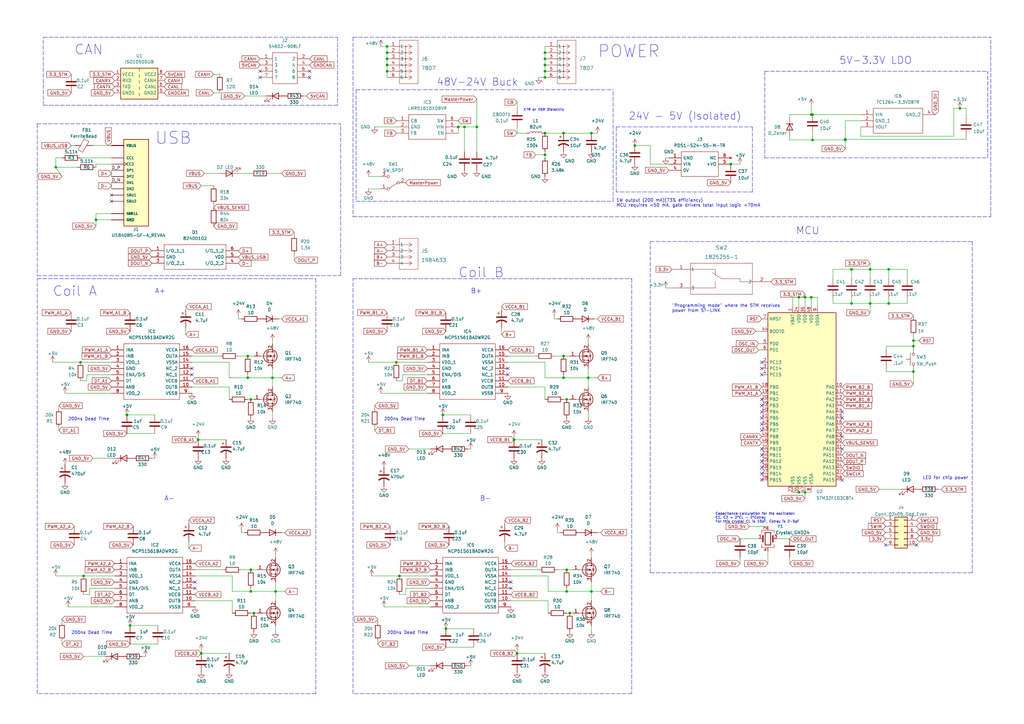
<source format=kicad_sch>
(kicad_sch (version 20211123) (generator eeschema)
  (paper "A3")
  (junction (at 349.25 110.49))
  (junction (at 223.52 24.13))
  (junction (at 232.41 242.57))
  (junction (at 181.61 170.18))
  (junction (at 332.74 121.92))
  (junction (at 158.75 19.05))
  (junction (at 158.75 26.67))
  (junction (at 223.52 29.21))
  (junction (at 52.07 170.18))
  (junction (at 333.248 57.404))
  (junction (at 22.86 68.58))
  (junction (at 162.56 148.59))
  (junction (at 356.87 124.46))
  (junction (at 349.25 124.46))
  (junction (at 356.87 110.49))
  (junction (at 374.65 152.4))
  (junction (at 102.87 233.68))
  (junction (at 33.02 148.59))
  (junction (at 223.52 26.67))
  (junction (at 223.52 63.5))
  (junction (at 231.14 54.61))
  (junction (at 104.14 251.46))
  (junction (at 333.248 46.99))
  (junction (at 232.41 163.83))
  (junction (at 231.14 154.94))
  (junction (at 102.87 242.57))
  (junction (at 364.49 124.46))
  (junction (at 163.83 236.22))
  (junction (at 101.6 154.94))
  (junction (at 101.6 146.05))
  (junction (at 158.75 29.21))
  (junction (at 53.34 256.54))
  (junction (at 346.71 57.404))
  (junction (at 158.75 21.59))
  (junction (at 223.52 54.61))
  (junction (at 346.71 57.15))
  (junction (at 158.75 24.13))
  (junction (at 364.49 110.49))
  (junction (at 260.35 59.69))
  (junction (at 223.52 31.75))
  (junction (at 232.41 233.68))
  (junction (at 330.2 121.92))
  (junction (at 39.37 90.17))
  (junction (at 393.7 44.45))
  (junction (at 182.88 257.81))
  (junction (at 210.82 180.34))
  (junction (at 195.58 52.07))
  (junction (at 332.74 46.99))
  (junction (at 327.66 121.92))
  (junction (at 374.65 139.7))
  (junction (at 231.14 146.05))
  (junction (at 330.2 201.93))
  (junction (at 187.96 52.07))
  (junction (at 327.66 201.93))
  (junction (at 111.76 154.94))
  (junction (at 242.57 242.57))
  (junction (at 374.65 141.986))
  (junction (at 113.03 242.57))
  (junction (at 190.5 52.07))
  (junction (at 212.09 267.97))
  (junction (at 223.52 21.59))
  (junction (at 242.57 54.61))
  (junction (at 82.55 267.97))
  (junction (at 81.28 180.34))
  (junction (at 233.68 251.46))
  (junction (at 34.29 236.22))
  (junction (at 299.72 67.31))
  (junction (at 102.87 163.83))
  (junction (at 241.3 154.94))
  (no_connect (at 208.28 153.67))
  (no_connect (at 312.42 176.53))
  (no_connect (at 312.42 173.99))
  (no_connect (at 345.44 168.91))
  (no_connect (at 312.42 171.45))
  (no_connect (at 312.42 163.83))
  (no_connect (at 312.42 186.69))
  (no_connect (at 127 29.21))
  (no_connect (at 345.44 196.85))
  (no_connect (at 312.42 168.91))
  (no_connect (at 209.55 238.76))
  (no_connect (at 312.42 148.59))
  (no_connect (at 375.92 223.52))
  (no_connect (at 363.22 223.52))
  (no_connect (at 80.01 238.76))
  (no_connect (at 45.72 82.55))
  (no_connect (at 312.42 194.31))
  (no_connect (at 127 31.75))
  (no_connect (at 106.68 31.75))
  (no_connect (at 45.72 80.01))
  (no_connect (at 345.44 179.07))
  (no_connect (at 312.42 189.23))
  (no_connect (at 78.74 153.67))
  (no_connect (at 78.74 151.13))
  (no_connect (at 312.42 191.77))
  (no_connect (at 312.42 151.13))
  (no_connect (at 345.44 184.15))
  (no_connect (at 312.42 196.85))
  (no_connect (at 312.42 153.67))
  (no_connect (at 345.44 171.45))
  (no_connect (at 312.42 166.37))
  (no_connect (at 209.55 241.3))
  (no_connect (at 80.01 241.3))
  (no_connect (at 208.28 151.13))
  (no_connect (at 312.42 184.15))
  (no_connect (at 106.68 29.21))
  (polyline (pts (xy 17.78 15.24) (xy 105.41 15.24)))
  (wire (pts (xy 181.61 177.8) (xy 193.04 177.8)))
  (wire (pts (xy 78.74 146.05) (xy 90.17 146.05)))
  (wire (pts (xy 242.57 242.57) (xy 242.57 246.38)))
  (polyline (pts (xy 308.61 52.07) (xy 308.61 78.74)))
  (wire (pts (xy 156.21 19.05) (xy 158.75 19.05)))
  (wire (pts (xy 101.6 163.83) (xy 102.87 163.83)))
  (wire (pts (xy 81.28 179.07) (xy 81.28 180.34)))
  (wire (pts (xy 39.37 90.17) (xy 45.72 90.17)))
  (wire (pts (xy 374.65 141.986) (xy 374.65 142.24)))
  (wire (pts (xy 24.13 176.53) (xy 24.13 175.26)))
  (polyline (pts (xy 129.54 114.3) (xy 129.54 284.48)))
  (wire (pts (xy 120.65 104.14) (xy 120.65 106.68)))
  (wire (pts (xy 52.07 170.18) (xy 63.5 170.18)))
  (wire (pts (xy 77.47 213.36) (xy 77.47 214.63)))
  (wire (pts (xy 35.56 153.67) (xy 45.72 153.67)))
  (wire (pts (xy 223.52 62.23) (xy 223.52 63.5)))
  (wire (pts (xy 205.74 137.16) (xy 205.74 134.62)))
  (wire (pts (xy 330.2 121.92) (xy 332.74 121.92)))
  (wire (pts (xy 346.71 57.15) (xy 396.24 57.15)))
  (wire (pts (xy 163.83 236.22) (xy 176.53 236.22)))
  (wire (pts (xy 165.1 153.67) (xy 175.26 153.67)))
  (wire (pts (xy 323.85 48.26) (xy 323.85 46.99)))
  (wire (pts (xy 152.4 236.22) (xy 163.83 236.22)))
  (polyline (pts (xy 266.7 234.95) (xy 266.7 99.06)))
  (wire (pts (xy 187.96 52.07) (xy 190.5 52.07)))
  (wire (pts (xy 87.63 38.1) (xy 90.17 38.1)))
  (wire (pts (xy 82.55 267.97) (xy 93.98 267.97)))
  (wire (pts (xy 26.67 161.29) (xy 45.72 161.29)))
  (wire (pts (xy 209.55 246.38) (xy 224.79 246.38)))
  (wire (pts (xy 241.3 171.45) (xy 241.3 168.91)))
  (polyline (pts (xy 144.78 88.9) (xy 406.4 88.9)))
  (wire (pts (xy 260.35 59.69) (xy 266.7 59.69)))
  (wire (pts (xy 330.2 121.92) (xy 330.2 125.73)))
  (wire (pts (xy 158.75 26.67) (xy 158.75 29.21)))
  (wire (pts (xy 332.74 46.99) (xy 333.248 46.99)))
  (wire (pts (xy 22.86 64.77) (xy 22.86 68.58)))
  (wire (pts (xy 22.86 236.22) (xy 34.29 236.22)))
  (polyline (pts (xy 129.54 284.48) (xy 15.24 284.48)))
  (polyline (pts (xy 105.41 15.24) (xy 138.43 15.24)))
  (wire (pts (xy 93.98 158.75) (xy 93.98 163.83)))
  (wire (pts (xy 227.33 146.05) (xy 231.14 146.05)))
  (wire (pts (xy 162.56 156.21) (xy 165.1 156.21)))
  (wire (pts (xy 327.66 121.92) (xy 330.2 121.92)))
  (wire (pts (xy 303.53 220.98) (xy 311.15 220.98)))
  (wire (pts (xy 299.72 67.31) (xy 303.53 67.31)))
  (wire (pts (xy 153.67 176.53) (xy 153.67 175.26)))
  (wire (pts (xy 372.11 124.46) (xy 372.11 121.92)))
  (wire (pts (xy 104.14 251.46) (xy 105.41 251.46)))
  (wire (pts (xy 393.7 44.45) (xy 396.24 44.45)))
  (wire (pts (xy 212.09 266.7) (xy 212.09 267.97)))
  (polyline (pts (xy 15.24 284.48) (xy 15.24 114.3)))
  (wire (pts (xy 113.03 259.08) (xy 113.03 256.54)))
  (wire (pts (xy 333.248 57.404) (xy 346.71 57.404)))
  (wire (pts (xy 27.94 248.92) (xy 46.99 248.92)))
  (wire (pts (xy 325.12 201.93) (xy 327.66 201.93)))
  (wire (pts (xy 154.94 264.16) (xy 154.94 262.89)))
  (wire (pts (xy 53.34 264.16) (xy 64.77 264.16)))
  (wire (pts (xy 233.68 251.46) (xy 234.95 251.46)))
  (wire (pts (xy 360.68 200.66) (xy 369.57 200.66)))
  (polyline (pts (xy 144.78 114.3) (xy 162.56 114.3)))
  (wire (pts (xy 24.13 166.37) (xy 24.13 167.64)))
  (wire (pts (xy 242.57 242.57) (xy 232.41 242.57)))
  (wire (pts (xy 77.47 224.79) (xy 77.47 222.25)))
  (wire (pts (xy 374.65 129.54) (xy 374.65 130.048)))
  (wire (pts (xy 99.06 233.68) (xy 102.87 233.68)))
  (wire (pts (xy 335.28 125.73) (xy 335.28 121.92)))
  (polyline (pts (xy 313.69 29.21) (xy 313.69 64.77)))
  (wire (pts (xy 356.87 124.46) (xy 364.49 124.46)))
  (wire (pts (xy 33.02 156.21) (xy 35.56 156.21)))
  (wire (pts (xy 242.57 238.76) (xy 242.57 242.57)))
  (wire (pts (xy 232.41 233.68) (xy 234.95 233.68)))
  (polyline (pts (xy 17.78 43.18) (xy 17.78 15.24)))
  (wire (pts (xy 111.76 139.7) (xy 111.76 140.97)))
  (wire (pts (xy 25.4 264.16) (xy 25.4 262.89)))
  (wire (pts (xy 80.01 233.68) (xy 91.44 233.68)))
  (polyline (pts (xy 313.69 64.77) (xy 405.13 64.77)))
  (wire (pts (xy 242.57 242.57) (xy 246.38 242.57)))
  (wire (pts (xy 111.76 154.94) (xy 115.57 154.94)))
  (wire (pts (xy 39.37 67.31) (xy 45.72 67.31)))
  (wire (pts (xy 224.79 242.57) (xy 232.41 242.57)))
  (wire (pts (xy 113.03 238.76) (xy 113.03 242.57)))
  (wire (pts (xy 102.87 251.46) (xy 104.14 251.46)))
  (wire (pts (xy 376.936 139.7) (xy 374.65 139.7)))
  (wire (pts (xy 332.74 121.92) (xy 332.74 125.73)))
  (wire (pts (xy 241.3 154.94) (xy 241.3 158.75)))
  (wire (pts (xy 210.82 180.34) (xy 222.25 180.34)))
  (polyline (pts (xy 162.56 114.3) (xy 259.08 114.3)))
  (wire (pts (xy 33.02 64.77) (xy 45.72 64.77)))
  (wire (pts (xy 396.24 44.45) (xy 396.24 48.26)))
  (wire (pts (xy 318.77 220.98) (xy 323.85 220.98)))
  (wire (pts (xy 151.13 148.59) (xy 162.56 148.59)))
  (polyline (pts (xy 266.7 99.06) (xy 398.78 99.06)))
  (wire (pts (xy 181.61 170.18) (xy 193.04 170.18)))
  (wire (pts (xy 227.33 129.54) (xy 227.33 130.81)))
  (wire (pts (xy 102.87 242.57) (xy 102.87 241.3)))
  (wire (pts (xy 224.79 246.38) (xy 224.79 251.46)))
  (wire (pts (xy 113.03 242.57) (xy 102.87 242.57)))
  (wire (pts (xy 228.6 233.68) (xy 232.41 233.68)))
  (wire (pts (xy 166.37 243.84) (xy 166.37 241.3)))
  (wire (pts (xy 158.75 29.21) (xy 158.75 31.75)))
  (wire (pts (xy 391.16 44.45) (xy 393.7 44.45)))
  (wire (pts (xy 111.76 151.13) (xy 111.76 154.94)))
  (wire (pts (xy 332.74 43.18) (xy 332.74 46.99)))
  (wire (pts (xy 223.52 154.94) (xy 231.14 154.94)))
  (wire (pts (xy 38.1 187.96) (xy 46.99 187.96)))
  (wire (pts (xy 39.37 87.63) (xy 39.37 90.17)))
  (wire (pts (xy 274.32 67.31) (xy 266.7 67.31)))
  (wire (pts (xy 25.4 254) (xy 25.4 255.27)))
  (wire (pts (xy 158.75 21.59) (xy 158.75 24.13)))
  (wire (pts (xy 167.64 184.15) (xy 176.53 184.15)))
  (wire (pts (xy 223.52 148.59) (xy 223.52 154.94)))
  (polyline (pts (xy 15.24 50.8) (xy 139.7 50.8)))
  (wire (pts (xy 52.07 177.8) (xy 63.5 177.8)))
  (wire (pts (xy 22.86 68.58) (xy 31.75 68.58)))
  (polyline (pts (xy 146.05 82.55) (xy 251.46 82.55)))
  (wire (pts (xy 154.94 254) (xy 154.94 255.27)))
  (wire (pts (xy 391.16 55.88) (xy 391.16 44.45)))
  (wire (pts (xy 231.14 154.94) (xy 231.14 153.67)))
  (wire (pts (xy 39.37 68.58) (xy 39.37 67.31)))
  (wire (pts (xy 363.474 152.4) (xy 374.65 152.4)))
  (wire (pts (xy 111.76 154.94) (xy 111.76 158.75)))
  (wire (pts (xy 243.84 130.81) (xy 245.11 130.81)))
  (wire (pts (xy 303.53 228.6) (xy 303.53 231.14)))
  (wire (pts (xy 396.24 57.15) (xy 396.24 55.88)))
  (wire (pts (xy 158.75 19.05) (xy 158.75 21.59)))
  (wire (pts (xy 349.25 110.49) (xy 349.25 114.3)))
  (wire (pts (xy 372.11 110.49) (xy 372.11 114.3)))
  (wire (pts (xy 231.14 146.05) (xy 233.68 146.05)))
  (wire (pts (xy 209.55 236.22) (xy 224.79 236.22)))
  (wire (pts (xy 193.04 273.05) (xy 191.77 273.05)))
  (wire (pts (xy 111.76 154.94) (xy 101.6 154.94)))
  (wire (pts (xy 163.83 243.84) (xy 166.37 243.84)))
  (polyline (pts (xy 259.08 284.48) (xy 144.78 284.48)))
  (polyline (pts (xy 252.73 52.07) (xy 252.73 78.74)))
  (wire (pts (xy 157.48 248.92) (xy 176.53 248.92)))
  (wire (pts (xy 153.67 52.07) (xy 162.56 52.07)))
  (wire (pts (xy 153.67 166.37) (xy 153.67 167.64)))
  (wire (pts (xy 22.86 68.58) (xy 25.4 72.39)))
  (wire (pts (xy 34.29 269.24) (xy 43.18 269.24)))
  (wire (pts (xy 45.72 69.85) (xy 45.72 72.39)))
  (wire (pts (xy 78.74 158.75) (xy 93.98 158.75)))
  (wire (pts (xy 25.4 64.77) (xy 22.86 64.77)))
  (wire (pts (xy 356.87 121.92) (xy 356.87 124.46)))
  (wire (pts (xy 81.28 180.34) (xy 92.71 180.34)))
  (wire (pts (xy 333.248 46.99) (xy 353.06 46.99)))
  (wire (pts (xy 349.25 124.46) (xy 356.87 124.46)))
  (wire (pts (xy 241.3 139.7) (xy 241.3 140.97)))
  (wire (pts (xy 353.06 49.53) (xy 346.71 49.53)))
  (wire (pts (xy 212.09 267.97) (xy 223.52 267.97)))
  (polyline (pts (xy 259.08 114.3) (xy 259.08 284.48)))
  (wire (pts (xy 223.52 24.13) (xy 223.52 26.67)))
  (wire (pts (xy 209.55 233.68) (xy 220.98 233.68)))
  (wire (pts (xy 80.01 246.38) (xy 95.25 246.38)))
  (wire (pts (xy 195.58 52.07) (xy 195.58 62.23)))
  (wire (pts (xy 182.88 265.43) (xy 194.31 265.43)))
  (polyline (pts (xy 308.61 78.74) (xy 252.73 78.74)))
  (wire (pts (xy 78.74 148.59) (xy 93.98 148.59)))
  (wire (pts (xy 38.1 59.69) (xy 45.72 59.69)))
  (polyline (pts (xy 406.4 88.9) (xy 406.4 15.24)))
  (wire (pts (xy 212.09 54.61) (xy 215.9 54.61)))
  (wire (pts (xy 63.5 187.96) (xy 62.23 187.96)))
  (wire (pts (xy 231.14 163.83) (xy 232.41 163.83)))
  (wire (pts (xy 353.06 55.88) (xy 391.16 55.88)))
  (wire (pts (xy 53.34 256.54) (xy 64.77 256.54)))
  (wire (pts (xy 195.58 40.64) (xy 195.58 52.07)))
  (wire (pts (xy 228.6 218.44) (xy 229.87 218.44)))
  (wire (pts (xy 356.87 110.49) (xy 349.25 110.49)))
  (wire (pts (xy 208.28 148.59) (xy 223.52 148.59)))
  (polyline (pts (xy 15.24 113.03) (xy 139.7 113.03)))
  (wire (pts (xy 83.82 71.12) (xy 90.17 71.12)))
  (wire (pts (xy 273.05 118.11) (xy 275.59 118.11)))
  (wire (pts (xy 45.72 74.93) (xy 45.72 77.47)))
  (wire (pts (xy 36.83 243.84) (xy 36.83 241.3)))
  (wire (pts (xy 327.66 201.93) (xy 330.2 201.93)))
  (wire (pts (xy 223.52 29.21) (xy 223.52 31.75)))
  (wire (pts (xy 125.73 39.37) (xy 124.46 39.37)))
  (wire (pts (xy 241.3 151.13) (xy 241.3 154.94)))
  (wire (pts (xy 242.57 259.08) (xy 242.57 256.54)))
  (polyline (pts (xy 146.05 36.83) (xy 146.05 82.55)))
  (wire (pts (xy 323.85 46.99) (xy 332.74 46.99)))
  (wire (pts (xy 95.25 242.57) (xy 102.87 242.57)))
  (wire (pts (xy 364.49 110.49) (xy 364.49 114.3)))
  (polyline (pts (xy 146.05 36.83) (xy 251.46 36.83)))
  (wire (pts (xy 307.34 215.9) (xy 314.96 215.9)))
  (wire (pts (xy 110.49 71.12) (xy 115.57 71.12)))
  (wire (pts (xy 223.52 21.59) (xy 223.52 24.13)))
  (wire (pts (xy 115.57 218.44) (xy 116.84 218.44)))
  (polyline (pts (xy 252.73 52.07) (xy 308.61 52.07)))
  (wire (pts (xy 207.01 224.79) (xy 207.01 222.25)))
  (wire (pts (xy 212.09 41.91) (xy 212.09 44.45)))
  (wire (pts (xy 166.37 241.3) (xy 176.53 241.3)))
  (wire (pts (xy 35.56 156.21) (xy 35.56 153.67)))
  (wire (pts (xy 219.71 63.5) (xy 223.52 63.5)))
  (wire (pts (xy 327.66 125.73) (xy 327.66 121.92)))
  (wire (pts (xy 113.03 242.57) (xy 113.03 246.38)))
  (wire (pts (xy 95.25 246.38) (xy 95.25 251.46)))
  (wire (pts (xy 273.05 64.77) (xy 274.32 64.77)))
  (wire (pts (xy 232.41 242.57) (xy 232.41 241.3)))
  (wire (pts (xy 205.74 125.73) (xy 205.74 127)))
  (wire (pts (xy 36.83 241.3) (xy 46.99 241.3)))
  (wire (pts (xy 232.41 163.83) (xy 233.68 163.83)))
  (wire (pts (xy 93.98 154.94) (xy 101.6 154.94)))
  (wire (pts (xy 374.65 152.4) (xy 374.65 157.48)))
  (wire (pts (xy 323.85 57.404) (xy 333.248 57.404)))
  (polyline (pts (xy 15.24 50.8) (xy 15.24 113.03)))
  (polyline (pts (xy 398.78 234.95) (xy 266.7 234.95)))
  (wire (pts (xy 227.33 130.81) (xy 228.6 130.81)))
  (polyline (pts (xy 33.02 114.3) (xy 129.54 114.3)))
  (wire (pts (xy 231.14 54.61) (xy 242.57 54.61)))
  (wire (pts (xy 76.2 125.73) (xy 76.2 127)))
  (wire (pts (xy 223.52 26.67) (xy 223.52 29.21)))
  (wire (pts (xy 156.21 161.29) (xy 175.26 161.29)))
  (wire (pts (xy 120.65 95.25) (xy 120.65 96.52)))
  (wire (pts (xy 111.76 171.45) (xy 111.76 168.91)))
  (polyline (pts (xy 398.78 99.06) (xy 398.78 234.95)))
  (wire (pts (xy 97.79 146.05) (xy 101.6 146.05)))
  (wire (pts (xy 113.03 242.57) (xy 116.84 242.57)))
  (wire (pts (xy 101.6 146.05) (xy 104.14 146.05)))
  (wire (pts (xy 341.63 110.49) (xy 341.63 114.3)))
  (wire (pts (xy 330.2 201.93) (xy 330.2 204.47)))
  (wire (pts (xy 356.87 124.46) (xy 356.87 128.27)))
  (wire (pts (xy 151.13 77.47) (xy 156.21 77.47)))
  (wire (pts (xy 330.2 120.65) (xy 330.2 121.92)))
  (polyline (pts (xy 144.78 15.24) (xy 406.4 15.24)))
  (wire (pts (xy 341.63 110.49) (xy 349.25 110.49)))
  (wire (pts (xy 165.1 156.21) (xy 165.1 153.67)))
  (polyline (pts (xy 138.43 15.24) (xy 138.43 43.18)))
  (wire (pts (xy 346.71 57.404) (xy 346.71 60.96)))
  (wire (pts (xy 374.65 139.7) (xy 374.65 141.986)))
  (wire (pts (xy 100.33 39.37) (xy 109.22 39.37)))
  (wire (pts (xy 21.59 148.59) (xy 33.02 148.59)))
  (wire (pts (xy 99.06 218.44) (xy 100.33 218.44)))
  (wire (pts (xy 158.75 24.13) (xy 158.75 26.67)))
  (wire (pts (xy 309.88 135.89) (xy 312.42 135.89)))
  (wire (pts (xy 99.06 217.17) (xy 99.06 218.44)))
  (wire (pts (xy 356.87 110.49) (xy 356.87 114.3)))
  (wire (pts (xy 39.37 90.17) (xy 39.37 92.71)))
  (wire (pts (xy 59.69 269.24) (xy 58.42 269.24)))
  (polyline (pts (xy 144.78 284.48) (xy 144.78 114.3)))
  (wire (pts (xy 207.01 213.36) (xy 207.01 214.63)))
  (wire (pts (xy 223.52 54.61) (xy 231.14 54.61)))
  (wire (pts (xy 102.87 233.68) (xy 105.41 233.68)))
  (wire (pts (xy 245.11 218.44) (xy 246.38 218.44)))
  (polyline (pts (xy 251.46 82.55) (xy 251.46 36.83)))
  (polyline (pts (xy 313.69 29.21) (xy 405.13 29.21)))
  (wire (pts (xy 101.6 154.94) (xy 101.6 153.67)))
  (wire (pts (xy 364.49 121.92) (xy 364.49 124.46)))
  (wire (pts (xy 151.13 72.39) (xy 156.21 72.39)))
  (wire (pts (xy 224.79 236.22) (xy 224.79 242.57)))
  (wire (pts (xy 323.85 55.88) (xy 323.85 57.404)))
  (wire (pts (xy 341.63 121.92) (xy 341.63 124.46)))
  (wire (pts (xy 325.12 125.73) (xy 325.12 121.92)))
  (wire (pts (xy 190.5 52.07) (xy 190.5 62.23)))
  (wire (pts (xy 242.57 227.33) (xy 242.57 228.6)))
  (wire (pts (xy 45.72 87.63) (xy 39.37 87.63)))
  (wire (pts (xy 311.15 140.97) (xy 312.42 140.97)))
  (wire (pts (xy 374.65 137.668) (xy 374.65 139.7)))
  (wire (pts (xy 167.64 273.05) (xy 176.53 273.05)))
  (wire (pts (xy 34.29 243.84) (xy 36.83 243.84)))
  (wire (pts (xy 325.12 121.92) (xy 327.66 121.92)))
  (wire (pts (xy 208.28 158.75) (xy 223.52 158.75)))
  (wire (pts (xy 210.82 179.07) (xy 210.82 180.34)))
  (wire (pts (xy 332.74 121.92) (xy 335.28 121.92)))
  (wire (pts (xy 190.5 52.07) (xy 195.58 52.07)))
  (wire (pts (xy 114.3 130.81) (xy 115.57 130.81)))
  (wire (pts (xy 349.25 121.92) (xy 349.25 124.46)))
  (wire (pts (xy 223.52 158.75) (xy 223.52 163.83)))
  (wire (pts (xy 220.98 31.75) (xy 223.52 31.75)))
  (wire (pts (xy 333.248 54.61) (xy 333.248 57.404)))
  (wire (pts (xy 34.29 236.22) (xy 46.99 236.22)))
  (wire (pts (xy 223.52 19.05) (xy 223.52 21.59)))
  (wire (pts (xy 102.87 163.83) (xy 104.14 163.83)))
  (wire (pts (xy 346.71 49.53) (xy 346.71 57.15)))
  (wire (pts (xy 187.96 52.07) (xy 187.96 54.61)))
  (wire (pts (xy 364.49 110.49) (xy 372.11 110.49)))
  (wire (pts (xy 232.41 251.46) (xy 233.68 251.46)))
  (polyline (pts (xy 405.13 64.77) (xy 405.13 29.21)))
  (wire (pts (xy 97.79 130.81) (xy 99.06 130.81)))
  (wire (pts (xy 223.52 64.77) (xy 223.52 63.5)))
  (wire (pts (xy 82.55 266.7) (xy 82.55 267.97)))
  (wire (pts (xy 228.6 217.17) (xy 228.6 218.44)))
  (wire (pts (xy 356.87 110.49) (xy 364.49 110.49)))
  (wire (pts (xy 241.3 154.94) (xy 245.11 154.94)))
  (wire (pts (xy 266.7 67.31) (xy 266.7 59.69)))
  (polyline (pts (xy 15.24 114.3) (xy 33.02 114.3)))
  (wire (pts (xy 386.08 200.66) (xy 384.81 200.66)))
  (wire (pts (xy 330.2 201.93) (xy 332.74 201.93)))
  (wire (pts (xy 93.98 148.59) (xy 93.98 154.94)))
  (wire (pts (xy 363.474 150.876) (xy 363.474 152.4)))
  (wire (pts (xy 353.06 52.07) (xy 353.06 55.88)))
  (wire (pts (xy 29.21 59.69) (xy 30.48 59.69)))
  (wire (pts (xy 314.96 226.06) (xy 314.96 231.14)))
  (wire (pts (xy 242.57 54.61) (xy 245.11 54.61)))
  (wire (pts (xy 363.474 143.256) (xy 363.474 141.986)))
  (wire (pts (xy 113.03 227.33) (xy 113.03 228.6)))
  (wire (pts (xy 95.25 236.22) (xy 95.25 242.57)))
  (wire (pts (xy 76.2 137.16) (xy 76.2 134.62)))
  (wire (pts (xy 364.49 124.46) (xy 372.11 124.46)))
  (wire (pts (xy 363.474 141.986) (xy 374.65 141.986)))
  (wire (pts (xy 193.04 184.15) (xy 191.77 184.15)))
  (wire (pts (xy 323.85 231.14) (xy 323.85 228.6)))
  (wire (pts (xy 162.56 148.59) (xy 175.26 148.59)))
  (wire (pts (xy 208.28 146.05) (xy 219.71 146.05)))
  (polyline (pts (xy 139.7 113.03) (xy 139.7 50.8)))
  (polyline (pts (xy 138.43 43.18) (xy 17.78 43.18)))
  (wire (pts (xy 97.79 129.54) (xy 97.79 130.81)))
  (wire (pts (xy 80.01 236.22) (xy 95.25 236.22)))
  (wire (pts (xy 82.55 76.2) (xy 87.63 76.2)))
  (wire (pts (xy 241.3 154.94) (xy 231.14 154.94)))
  (wire (pts (xy 356.87 107.95) (xy 356.87 110.49)))
  (wire (pts (xy 311.15 143.51) (xy 312.42 143.51)))
  (wire (pts (xy 182.88 257.81) (xy 194.31 257.81)))
  (polyline (pts (xy 144.78 15.24) (xy 144.78 88.9)))
  (wire (pts (xy 212.09 54.61) (xy 212.09 52.07)))
  (wire (pts (xy 33.02 148.59) (xy 45.72 148.59)))
  (wire (pts (xy 87.63 30.48) (xy 90.17 30.48)))
  (wire (pts (xy 97.79 71.12) (xy 102.87 71.12)))
  (wire (pts (xy 87.63 85.09) (xy 87.63 83.82)))
  (wire (pts (xy 341.63 124.46) (xy 349.25 124.46)))
  (wire (pts (xy 346.71 57.15) (xy 346.71 57.404)))
  (text "X7R or X5R Dielectric" (at 214.63 45.72 0) (effects (font (size 1 1)) (justify left bottom)))
  (text "Capacitance calculation for the oscillator:\nC1, C2 = 2*CL - 2*Cstray\nFor this crystal CL is 10pF, Cstray is 2-5pF " (at 293.37 214.63 0) (effects (font (size 1 1)) (justify left bottom)))
  (text "B-" (at 196.85 205.74 0) (effects (font (size 2 2)) (justify left bottom)))
  (text "Coil B\n" (at 187.96 114.3 0) (effects (font (size 4 4)) (justify left bottom)))
  (text "1W output (200 mA)(73% efficiancy)\nMCU requires <50 mA, gate drivers total input logic <70mA" (at 252.73 85.09 0) (effects (font (size 1.27 1.27)) (justify left bottom)))
  (text "USB" (at 63.5 59.69 0) (effects (font (size 5 5)) (justify left bottom)))
  (text "MCU" (at 326.39 96.52 0) (effects (font (size 3 3)) (justify left bottom)))
  (text "200ns Dead Time\n" (at 27.94 172.72 0) (effects (font (size 1.27 1.27)) (justify left bottom)))
  (text "A-" (at 67.31 205.74 0) (effects (font (size 2 2)) (justify left bottom)))
  (text "A+" (at 63.5 120.65 0) (effects (font (size 2 2)) (justify left bottom)))
  (text "LED for chip power" (at 378.46 196.85 0) (effects (font (size 1.27 1.27)) (justify left bottom)))
  (text "CAN" (at 30.48 22.86 0) (effects (font (size 4 4)) (justify left bottom)))
  (text "200ns Dead Time\n" (at 158.75 260.35 0) (effects (font (size 1.27 1.27)) (justify left bottom)))
  (text "24V - 5V (Isolated)" (at 257.81 49.53 0) (effects (font (size 3 3)) (justify left bottom)))
  (text "48V-24V Buck" (at 179.07 35.56 0) (effects (font (size 3 3)) (justify left bottom)))
  (text "B+" (at 193.04 120.65 0) (effects (font (size 2 2)) (justify left bottom)))
  (text "Coil A" (at 21.59 121.92 0) (effects (font (size 4 4)) (justify left bottom)))
  (text "5V-3.3V LDO" (at 344.17 26.67 0) (effects (font (size 3 3)) (justify left bottom)))
  (text "200ns Dead Time\n" (at 157.48 172.72 0) (effects (font (size 1.27 1.27)) (justify left bottom)))
  (text "POWER" (at 245.11 24.13 0) (effects (font (size 5 5)) (justify left bottom)))
  (text "200ns Dead Time\n" (at 29.21 260.35 0) (effects (font (size 1.27 1.27)) (justify left bottom)))
  (text "\"Programming mode\" where the STM receives\npower from ST-LINK\n" (at 275.59 128.27 0) (effects (font (size 1.27 1.27)) (justify left bottom)))
  (label "D_P" (at 45.72 69.85 0))
  (label "D_N" (at 45.72 74.93 0))
  (global_label "VCCA_A1" (shape input) (at 76.2 125.73 0) (property "Intersheet References" "${INTERSHEET_REFS}" (effects hide)))
  (global_label "GND_5V" (shape input) (at 182.88 135.89 180) (property "Intersheet References" "${INTERSHEET_REFS}" (effects hide)))
  (global_label "3.3V" (shape input) (at 363.22 220.98 180) (property "Intersheet References" "${INTERSHEET_REFS}" (effects hide)))
  (global_label "PWM_B2_A" (shape input) (at 176.53 231.14 180) (property "Intersheet References" "${INTERSHEET_REFS}" (effects hide)))
  (global_label "FB" (shape input) (at 219.71 63.5 180) (property "Intersheet References" "${INTERSHEET_REFS}" (effects hide)))
  (global_label "CB" (shape input) (at 212.09 41.91 180) (property "Intersheet References" "${INTERSHEET_REFS}" (effects hide)))
  (global_label "PWM_A2_A" (shape input) (at 345.44 176.53 0) (property "Intersheet References" "${INTERSHEET_REFS}" (effects hide)))
  (global_label "GND_5V" (shape input) (at 87.63 92.71 0) (property "Intersheet References" "${INTERSHEET_REFS}" (effects hide)))
  (global_label "VBUS" (shape input) (at 82.55 76.2 180) (property "Intersheet References" "${INTERSHEET_REFS}" (effects hide)))
  (global_label "GND_5V" (shape input) (at 182.88 265.43 180) (property "Intersheet References" "${INTERSHEET_REFS}" (effects hide)))
  (global_label "GND_5V" (shape input) (at 38.1 187.96 180) (property "Intersheet References" "${INTERSHEET_REFS}" (effects hide)))
  (global_label "B-" (shape input) (at 246.38 242.57 0) (property "Intersheet References" "${INTERSHEET_REFS}" (effects hide)))
  (global_label "PWM_A2_B" (shape input) (at 54.61 215.9 180) (property "Intersheet References" "${INTERSHEET_REFS}" (effects hide)))
  (global_label "DOUT_N" (shape input) (at 345.44 186.69 0) (property "Intersheet References" "${INTERSHEET_REFS}" (effects hide)))
  (global_label "PWM_B1_B" (shape input) (at 175.26 146.05 180) (property "Intersheet References" "${INTERSHEET_REFS}" (effects hide)))
  (global_label "GND_5V" (shape input) (at 383.54 46.99 90) (property "Intersheet References" "${INTERSHEET_REFS}" (effects hide)))
  (global_label "CANH" (shape input) (at 106.68 24.13 180) (property "Intersheet References" "${INTERSHEET_REFS}" (effects hide)))
  (global_label "DOUT_P" (shape input) (at 345.44 189.23 0) (property "Intersheet References" "${INTERSHEET_REFS}" (effects hide)))
  (global_label "A-" (shape input) (at 116.84 242.57 0) (property "Intersheet References" "${INTERSHEET_REFS}" (effects hide)))
  (global_label "DOUT_P" (shape input) (at 120.65 106.68 0) (property "Intersheet References" "${INTERSHEET_REFS}" (effects hide)))
  (global_label "GND_5V" (shape input) (at 175.26 151.13 180) (property "Intersheet References" "${INTERSHEET_REFS}" (effects hide)))
  (global_label "GND_5V" (shape input) (at 54.61 223.52 180) (property "Intersheet References" "${INTERSHEET_REFS}" (effects hide)))
  (global_label "SW" (shape input) (at 187.96 49.53 0) (property "Intersheet References" "${INTERSHEET_REFS}" (effects hide)))
  (global_label "GND_5V" (shape input) (at 45.72 158.75 180) (property "Intersheet References" "${INTERSHEET_REFS}" (effects hide)))
  (global_label "GND_5V" (shape input) (at 24.13 166.37 0) (property "Intersheet References" "${INTERSHEET_REFS}" (effects hide)))
  (global_label "CANH" (shape input) (at 67.31 33.02 0) (property "Intersheet References" "${INTERSHEET_REFS}" (effects hide)))
  (global_label "3.3_STM" (shape input) (at 29.21 30.48 180) (property "Intersheet References" "${INTERSHEET_REFS}" (effects hide)))
  (global_label "PWM_B2_A" (shape input) (at 345.44 161.29 0) (property "Intersheet References" "${INTERSHEET_REFS}" (effects hide)))
  (global_label "DT_B2" (shape input) (at 154.94 264.16 0) (property "Intersheet References" "${INTERSHEET_REFS}" (effects hide)))
  (global_label "DT_B1" (shape input) (at 175.26 156.21 180) (property "Intersheet References" "${INTERSHEET_REFS}" (effects hide)))
  (global_label "GND_5V" (shape input) (at 45.72 151.13 180) (property "Intersheet References" "${INTERSHEET_REFS}" (effects hide)))
  (global_label "PWM_B2_B" (shape input) (at 345.44 158.75 0) (property "Intersheet References" "${INTERSHEET_REFS}" (effects hide)))
  (global_label "GND_5V" (shape input) (at 374.65 157.48 180) (property "Intersheet References" "${INTERSHEET_REFS}" (effects hide)))
  (global_label "GNDCAN" (shape input) (at 127 26.67 0) (property "Intersheet References" "${INTERSHEET_REFS}" (effects hide)))
  (global_label "CANL" (shape input) (at 87.63 38.1 180) (property "Intersheet References" "${INTERSHEET_REFS}" (effects hide)))
  (global_label "OSC_IN" (shape input) (at 303.53 220.98 180) (property "Intersheet References" "${INTERSHEET_REFS}" (effects hide)))
  (global_label "A-" (shape input) (at 77.47 224.79 0) (property "Intersheet References" "${INTERSHEET_REFS}" (effects hide)))
  (global_label "GND_5V" (shape input) (at 115.57 71.12 0) (property "Intersheet References" "${INTERSHEET_REFS}" (effects hide)))
  (global_label "CANTX" (shape input) (at 312.42 181.61 180) (property "Intersheet References" "${INTERSHEET_REFS}" (effects hide)))
  (global_label "VCCA_B2" (shape input) (at 209.55 231.14 0) (property "Intersheet References" "${INTERSHEET_REFS}" (effects hide)))
  (global_label "PWM_A1_A" (shape input) (at 29.21 128.27 180) (property "Intersheet References" "${INTERSHEET_REFS}" (effects hide)))
  (global_label "PWM_B1_A" (shape input) (at 175.26 143.51 180) (property "Intersheet References" "${INTERSHEET_REFS}" (effects hide)))
  (global_label "PWM_A2_B" (shape input) (at 46.99 233.68 180) (property "Intersheet References" "${INTERSHEET_REFS}" (effects hide)))
  (global_label "FB" (shape input) (at 162.56 54.61 180) (property "Intersheet References" "${INTERSHEET_REFS}" (effects hide)))
  (global_label "PWM_B1_B" (shape input) (at 182.88 128.27 180) (property "Intersheet References" "${INTERSHEET_REFS}" (effects hide)))
  (global_label "VCCB_A2" (shape input) (at 80.01 243.84 0) (property "Intersheet References" "${INTERSHEET_REFS}" (effects hide)))
  (global_label "VCCA_A2" (shape input) (at 116.84 218.44 0) (property "Intersheet References" "${INTERSHEET_REFS}" (effects hide)))
  (global_label "CANRX" (shape input) (at 46.99 33.02 180) (property "Intersheet References" "${INTERSHEET_REFS}" (effects hide)))
  (global_label "D-" (shape input) (at 45.72 76.2 180) (property "Intersheet References" "${INTERSHEET_REFS}" (effects hide)))
  (global_label "MasterPower" (shape input) (at 195.58 40.64 180) (property "Intersheet References" "${INTERSHEET_REFS}" (effects hide)))
  (global_label "GND_5V" (shape input) (at 356.87 128.27 180) (property "Intersheet References" "${INTERSHEET_REFS}" (effects hide)))
  (global_label "GND_5V" (shape input) (at 314.96 231.14 180) (property "Intersheet References" "${INTERSHEET_REFS}" (effects hide)))
  (global_label "GND_5V" (shape input) (at 30.48 223.52 180) (property "Intersheet References" "${INTERSHEET_REFS}" (effects hide)))
  (global_label "GND_5V" (shape input) (at 375.92 218.44 0) (property "Intersheet References" "${INTERSHEET_REFS}" (effects hide)))
  (global_label "VCCA_A2" (shape input) (at 80.01 231.14 0) (property "Intersheet References" "${INTERSHEET_REFS}" (effects hide)))
  (global_label "OSC_OUT" (shape input) (at 311.15 143.51 180) (property "Intersheet References" "${INTERSHEET_REFS}" (effects hide)))
  (global_label "GND_5V" (shape input) (at 154.94 254 180) (property "Intersheet References" "${INTERSHEET_REFS}" (effects hide)))
  (global_label "VCCA_A1" (shape input) (at 115.57 130.81 0) (property "Intersheet References" "${INTERSHEET_REFS}" (effects hide)))
  (global_label "3.3_STM" (shape input) (at 316.23 115.57 0) (property "Intersheet References" "${INTERSHEET_REFS}" (effects hide)))
  (global_label "3.3_STM" (shape input) (at 386.08 200.66 0) (property "Intersheet References" "${INTERSHEET_REFS}" (effects hide)))
  (global_label "5VCAN" (shape input) (at 106.68 26.67 180) (property "Intersheet References" "${INTERSHEET_REFS}" (effects hide)))
  (global_label "GND_5V" (shape input) (at 158.75 135.89 180) (property "Intersheet References" "${INTERSHEET_REFS}" (effects hide)))
  (global_label "D+" (shape input) (at 97.79 102.87 0) (property "Intersheet References" "${INTERSHEET_REFS}" (effects hide)))
  (global_label "D+" (shape input) (at 45.72 71.12 180) (property "Intersheet References" "${INTERSHEET_REFS}" (effects hide)))
  (global_label "PWM_A1_A" (shape input) (at 312.42 161.29 180) (property "Intersheet References" "${INTERSHEET_REFS}" (effects hide)))
  (global_label "MasterPower" (shape input) (at 166.37 74.93 0) (property "Intersheet References" "${INTERSHEET_REFS}" (effects hide)))
  (global_label "GND_5V" (shape input) (at 25.4 254 0) (property "Intersheet References" "${INTERSHEET_REFS}" (effects hide)))
  (global_label "GND_5V" (shape input) (at 39.37 92.71 180) (property "Intersheet References" "${INTERSHEET_REFS}" (effects hide)))
  (global_label "DT_A2" (shape input) (at 46.99 243.84 180) (property "Intersheet References" "${INTERSHEET_REFS}" (effects hide)))
  (global_label "GND_5V" (shape input) (at 52.07 177.8 180) (property "Intersheet References" "${INTERSHEET_REFS}" (effects hide)))
  (global_label "VBUS" (shape input) (at 44.45 59.69 90) (property "Intersheet References" "${INTERSHEET_REFS}" (effects hide)))
  (global_label "VCCB_B2" (shape input) (at 209.55 243.84 0) (property "Intersheet References" "${INTERSHEET_REFS}" (effects hide)))
  (global_label "PWM_B2_B" (shape input) (at 184.15 215.9 180) (property "Intersheet References" "${INTERSHEET_REFS}" (effects hide)))
  (global_label "VCCA_A2" (shape input) (at 77.47 213.36 0) (property "Intersheet References" "${INTERSHEET_REFS}" (effects hide)))
  (global_label "PWM_B1_B" (shape input) (at 345.44 163.83 0) (property "Intersheet References" "${INTERSHEET_REFS}" (effects hide)))
  (global_label "CANRX" (shape input) (at 312.42 179.07 180) (property "Intersheet References" "${INTERSHEET_REFS}" (effects hide)))
  (global_label "GND_5V" (shape input) (at 46.99 246.38 180) (property "Intersheet References" "${INTERSHEET_REFS}" (effects hide)))
  (global_label "VCCA_A1" (shape input) (at 78.74 143.51 0) (property "Intersheet References" "${INTERSHEET_REFS}" (effects hide)))
  (global_label "VCCA_B1" (shape input) (at 245.11 130.81 0) (property "Intersheet References" "${INTERSHEET_REFS}" (effects hide)))
  (global_label "3.3V" (shape input) (at 275.59 110.49 180) (property "Intersheet References" "${INTERSHEET_REFS}" (effects hide)))
  (global_label "DT_B1" (shape input) (at 153.67 176.53 0) (property "Intersheet References" "${INTERSHEET_REFS}" (effects hide)))
  (global_label "DOUT_N" (shape input) (at 62.23 107.95 180) (property "Intersheet References" "${INTERSHEET_REFS}" (effects hide)))
  (global_label "GND_5V" (shape input) (at 53.34 135.89 180) (property "Intersheet References" "${INTERSHEET_REFS}" (effects hide)))
  (global_label "PWM_A2_B" (shape input) (at 345.44 173.99 0) (property "Intersheet References" "${INTERSHEET_REFS}" (effects hide)))
  (global_label "GND_5V" (shape input) (at 167.64 184.15 180) (property "Intersheet References" "${INTERSHEET_REFS}" (effects hide)))
  (global_label "3.3_STM" (shape input) (at 120.65 95.25 180) (property "Intersheet References" "${INTERSHEET_REFS}" (effects hide)))
  (global_label "CB" (shape input) (at 162.56 49.53 180) (property "Intersheet References" "${INTERSHEET_REFS}" (effects hide)))
  (global_label "VCCB_B2" (shape input) (at 212.09 267.97 180) (property "Intersheet References" "${INTERSHEET_REFS}" (effects hide)))
  (global_label "A+" (shape input) (at 76.2 137.16 0) (property "Intersheet References" "${INTERSHEET_REFS}" (effects hide)))
  (global_label "VCCB_A2" (shape input) (at 82.55 267.97 180) (property "Intersheet References" "${INTERSHEET_REFS}" (effects hide)))
  (global_label "SWDIO" (shape input) (at 375.92 215.9 0) (property "Intersheet References" "${INTERSHEET_REFS}" (effects hide)))
  (global_label "GND_5V" (shape input) (at 299.72 74.93 180) (property "Intersheet References" "${INTERSHEET_REFS}" (effects hide)))
  (global_label "CANL" (shape input) (at 67.31 35.56 0) (property "Intersheet References" "${INTERSHEET_REFS}" (effects hide)))
  (global_label "B-" (shape input) (at 158.75 107.95 180) (property "Intersheet References" "${INTERSHEET_REFS}" (effects hide)))
  (global_label "VCCA_B1" (shape input) (at 205.74 125.73 0) (property "Intersheet References" "${INTERSHEET_REFS}" (effects hide)))
  (global_label "B+" (shape input) (at 158.75 105.41 180) (property "Intersheet References" "${INTERSHEET_REFS}" (effects hide)))
  (global_label "GND_5V" (shape input) (at 62.23 105.41 180) (property "Intersheet References" "${INTERSHEET_REFS}" (effects hide)))
  (global_label "B+" (shape input) (at 245.11 154.94 0) (property "Intersheet References" "${INTERSHEET_REFS}" (effects hide)))
  (global_label "GND_5V" (shape input) (at 46.99 38.1 180) (property "Intersheet References" "${INTERSHEET_REFS}" (effects hide)))
  (global_label "VBUS_SENSE" (shape input) (at 345.44 181.61 0) (property "Intersheet References" "${INTERSHEET_REFS}" (effects hide)))
  (global_label "GND_5V" (shape input) (at 303.53 231.14 180) (property "Intersheet References" "${INTERSHEET_REFS}" (effects hide)))
  (global_label "DOUT_P" (shape input) (at 62.23 102.87 180) (property "Intersheet References" "${INTERSHEET_REFS}" (effects hide)))
  (global_label "5VCAN" (shape input) (at 125.73 39.37 0) (property "Intersheet References" "${INTERSHEET_REFS}" (effects hide)))
  (global_label "PWM_A1_B" (shape input) (at 45.72 146.05 180) (property "Intersheet References" "${INTERSHEET_REFS}" (effects hide)))
  (global_label "VCCB_A1" (shape input) (at 78.74 156.21 0) (property "Intersheet References" "${INTERSHEET_REFS}" (effects hide)))
  (global_label "5VCAN" (shape input) (at 67.31 30.48 0) (property "Intersheet References" "${INTERSHEET_REFS}" (effects hide)))
  (global_label "GND_5V" (shape input) (at 25.4 72.39 180) (property "Intersheet References" "${INTERSHEET_REFS}" (effects hide)))
  (global_label "GND_5V" (shape input) (at 360.68 200.66 180) (property "Intersheet References" "${INTERSHEET_REFS}" (effects hide)))
  (global_label "GND_5V" (shape input) (at 176.53 246.38 180) (property "Intersheet References" "${INTERSHEET_REFS}" (effects hide)))
  (global_label "3.3_STM" (shape input) (at 330.2 120.65 180) (property "Intersheet References" "${INTERSHEET_REFS}" (effects hide)))
  (global_label "GND_5V" (shape input) (at 176.53 238.76 180) (property "Intersheet References" "${INTERSHEET_REFS}" (effects hide)))
  (global_label "3.3_STM" (shape input) (at 356.87 107.95 180) (property "Intersheet References" "${INTERSHEET_REFS}" (effects hide)))
  (global_label "GND_5V" (shape input) (at 29.21 38.1 180) (property "Intersheet References" "${INTERSHEET_REFS}" (effects hide)))
  (global_label "PWM_B1_A" (shape input) (at 345.44 166.37 0) (property "Intersheet References" "${INTERSHEET_REFS}" (effects hide)))
  (global_label "SWCLK" (shape input) (at 345.44 194.31 0) (property "Intersheet References" "${INTERSHEET_REFS}" (effects hide)))
  (global_label "VCCB_A1" (shape input) (at 81.28 180.34 180) (property "Intersheet References" "${INTERSHEET_REFS}" (effects hide)))
  (global_label "PWM_A1_B" (shape input) (at 312.42 158.75 180) (property "Intersheet References" "${INTERSHEET_REFS}" (effects hide)))
  (global_label "RST" (shape input) (at 363.22 213.36 180) (property "Intersheet References" "${INTERSHEET_REFS}" (effects hide)))
  (global_label "GND_5V" (shape input) (at 181.61 177.8 180) (property "Intersheet References" "${INTERSHEET_REFS}" (effects hide)))
  (global_label "VCCB_B1" (shape input) (at 210.82 180.34 180) (property "Intersheet References" "${INTERSHEET_REFS}" (effects hide)))
  (global_label "GND_5V" (shape input) (at 309.88 135.89 180) (property "Intersheet References" "${INTERSHEET_REFS}" (effects hide)))
  (global_label "PWM_A2_A" (shape input) (at 46.99 231.14 180) (property "Intersheet References" "${INTERSHEET_REFS}" (effects hide)))
  (global_label "B+" (shape input) (at 205.74 137.16 0) (property "Intersheet References" "${INTERSHEET_REFS}" (effects hide)))
  (global_label "3.3_STM" (shape input) (at 374.65 129.54 180) (property "Intersheet References" "${INTERSHEET_REFS}" (effects hide)))
  (global_label "GND_5V" (shape input) (at 346.71 60.96 180) (property "Intersheet References" "${INTERSHEET_REFS}" (effects hide)))
  (global_label "GND_5V" (shape input) (at 46.99 238.76 180) (property "Intersheet References" "${INTERSHEET_REFS}" (effects hide)))
  (global_label "GND_5V" (shape input) (at 34.29 269.24 180) (property "Intersheet References" "${INTERSHEET_REFS}" (effects hide)))
  (global_label "GND_5V" (shape input) (at 29.21 135.89 180) (property "Intersheet References" "${INTERSHEET_REFS}" (effects hide)))
  (global_label "SWIM" (shape input) (at 363.22 215.9 180) (property "Intersheet References" "${INTERSHEET_REFS}" (effects hide)))
  (global_label "GND_5V" (shape input) (at 274.32 69.85 180) (property "Intersheet References" "${INTERSHEET_REFS}" (effects hide)))
  (global_label "DT_B2" (shape input) (at 176.53 243.84 180) (property "Intersheet References" "${INTERSHEET_REFS}" (effects hide)))
  (global_label "GND_5V" (shape input) (at 323.85 231.14 0) (property "Intersheet References" "${INTERSHEET_REFS}" (effects hide)))
  (global_label "RST" (shape input) (at 312.42 130.81 180) (property "Intersheet References" "${INTERSHEET_REFS}" (effects hide)))
  (global_label "DT_A2" (shape input) (at 25.4 264.16 0) (property "Intersheet References" "${INTERSHEET_REFS}" (effects hide)))
  (global_label "DT_A1" (shape input) (at 45.72 156.21 180) (property "Intersheet References" "${INTERSHEET_REFS}" (effects hide)))
  (global_label "GND_5V" (shape input) (at 184.15 223.52 180) (property "Intersheet References" "${INTERSHEET_REFS}" (effects hide)))
  (global_label "GND_5V" (shape input) (at 307.34 215.9 180) (property "Intersheet References" "${INTERSHEET_REFS}" (effects hide)))
  (global_label "CANL" (shape input) (at 127 24.13 0) (property "Intersheet References" "${INTERSHEET_REFS}" (effects hide)))
  (global_label "A+" (shape input) (at 115.57 154.94 0) (property "Intersheet References" "${INTERSHEET_REFS}" (effects hide)))
  (global_label "GND_5V" (shape input) (at 100.33 39.37 180) (property "Intersheet References" "${INTERSHEET_REFS}" (effects hide)))
  (global_label "A-" (shape input) (at 158.75 102.87 180) (property "Intersheet References" "${INTERSHEET_REFS}" (effects hide)))
  (global_label "OSC_IN" (shape input) (at 311.15 140.97 180) (property "Intersheet References" "${INTERSHEET_REFS}" (effects hide)))
  (global_label "CANH" (shape input) (at 87.63 30.48 180) (property "Intersheet References" "${INTERSHEET_REFS}" (effects hide)))
  (global_label "B-" (shape input) (at 207.01 224.79 0) (property "Intersheet References" "${INTERSHEET_REFS}" (effects hide)))
  (global_label "PWM_B1_A" (shape input) (at 158.75 128.27 180) (property "Intersheet References" "${INTERSHEET_REFS}" (effects hide)))
  (global_label "D-" (shape input) (at 97.79 107.95 0) (property "Intersheet References" "${INTERSHEET_REFS}" (effects hide)))
  (global_label "GND_5V" (shape input) (at 330.2 204.47 180) (property "Intersheet References" "${INTERSHEET_REFS}" (effects hide)))
  (global_label "PWM_A1_B" (shape input) (at 53.34 128.27 180) (property "Intersheet References" "${INTERSHEET_REFS}" (effects hide)))
  (global_label "OSC_OUT" (shape input) (at 323.85 220.98 0) (property "Intersheet References" "${INTERSHEET_REFS}" (effects hide)))
  (global_label "DT_A1" (shape input) (at 24.13 176.53 0) (property "Intersheet References" "${INTERSHEET_REFS}" (effects hide)))
  (global_label "GND_5V" (shape input) (at 167.64 273.05 180) (property "Intersheet References" "${INTERSHEET_REFS}" (effects hide)))
  (global_label "SW" (shape input) (at 212.09 54.61 180) (property "Intersheet References" "${INTERSHEET_REFS}" (effects hide)))
  (global_label "CANTX" (shape input) (at 46.99 35.56 180) (property "Intersheet References" "${INTERSHEET_REFS}" (effects hide)))
  (global_label "A+" (shape input) (at 158.75 100.33 180) (property "Intersheet References" "${INTERSHEET_REFS}" (effects hide)))
  (global_label "VCCA_B1" (shape input) (at 208.28 143.51 0) (property "Intersheet References" "${INTERSHEET_REFS}" (effects hide)))
  (global_label "GND_5V" (shape input) (at 53.34 264.16 180) (property "Intersheet References" "${INTERSHEET_REFS}" (effects hide)))
  (global_label "VBUS_USB" (shape input) (at 29.21 59.69 180) (property "Intersheet References" "${INTERSHEET_REFS}" (effects hide)))
  (global_label "VBUS" (shape input) (at 83.82 71.12 180) (property "Intersheet References" "${INTERSHEET_REFS}" (effects hide)))
  (global_label "PWM_B2_B" (shape input) (at 176.53 233.68 180) (property "Intersheet References" "${INTERSHEET_REFS}" (effects hide)))
  (global_label "PWM_A2_A" (shape input) (at 30.48 215.9 180) (property "Intersheet References" "${INTERSHEET_REFS}" (effects hide)))
  (global_label "PWM_B2_A" (shape input) (at 160.02 215.9 180) (property "Intersheet References" "${INTERSHEET_REFS}" (effects hide)))
  (global_label "VBUS_SENSE" (shape input) (at 87.63 85.09 0) (property "Intersheet References" "${INTERSHEET_REFS}" (effects hide)))
  (global_label "VBUS_USB" (shape input) (at 97.79 105.41 0) (property "Intersheet References" "${INTERSHEET_REFS}" (effects hide)))
  (global_label "GND_5V" (shape input) (at 160.02 223.52 180) (property "Intersheet References" "${INTERSHEET_REFS}" (effects hide)))
  (global_label "SWDIO" (shape input) (at 345.44 191.77 0) (property "Intersheet References" "${INTERSHEET_REFS}" (effects hide)))
  (global_label "VCCB_B1" (shape input) (at 208.28 156.21 0) (property "Intersheet References" "${INTERSHEET_REFS}" (effects hide)))
  (global_label "GND_5V" (shape input) (at 175.26 158.75 180) (property "Intersheet References" "${INTERSHEET_REFS}" (effects hide)))
  (global_label "RST" (shape input) (at 376.936 139.7 0) (property "Intersheet References" "${INTERSHEET_REFS}" (effects hide)))
  (global_label "VCCA_B2" (shape input) (at 246.38 218.44 0) (property "Intersheet References" "${INTERSHEET_REFS}" (effects hide)))
  (global_label "GNDCAN" (shape input) (at 67.31 38.1 0) (property "Intersheet References" "${INTERSHEET_REFS}" (effects hide)))
  (global_label "VCCA_B2" (shape input) (at 207.01 213.36 0) (property "Intersheet References" "${INTERSHEET_REFS}" (effects hide)))
  (global_label "SWCLK" (shape input) (at 375.92 213.36 0) (property "Intersheet References" "${INTERSHEET_REFS}" (effects hide)))
  (global_label "PWM_A1_A" (shape input) (at 45.72 143.51 180) (property "Intersheet References" "${INTERSHEET_REFS}" (effects hide)))
  (global_label "GND_5V" (shape input) (at 153.67 166.37 0) (property "Intersheet References" "${INTERSHEET_REFS}" (effects hide)))
  (global_label "GND_5V" (shape input) (at 363.22 218.44 180) (property "Intersheet References" "${INTERSHEET_REFS}" (effects hide)))
  (global_label "3.3V" (shape input) (at 375.92 220.98 0) (property "Intersheet References" "${INTERSHEET_REFS}" (effects hide)))
  (global_label "3.3_STM" (shape input) (at 46.99 30.48 180) (property "Intersheet References" "${INTERSHEET_REFS}" (effects hide)))
  (symbol (lib_id "Device:C_Polarized_US") (at 92.71 184.15 0) (unit 1)
    (property "Reference" "C15" (at 95.25 181.61 0) (effects (justify left)))
    (property "Value" "4.7uF" (at 95.25 184.15 0) (effects (justify left)))
    (property "Footprint" "Capacitor_THT:CP_Radial_D8.0mm_P5.00mm" (effects hide))
  )
  (symbol (lib_id "power:GND") (at 102.87 171.45 0) (unit 1)
    (property "Reference" "#PWR0106" (effects hide))
    (property "Value" "GND" (at 102.87 175.26 0))
  )
  (symbol (lib_id "Device:R") (at 58.42 187.96 270) (unit 1)
    (property "Reference" "R41" (at 58.42 187.96 90))
    (property "Value" "330" (at 58.42 190.5 90))
    (property "Footprint" "Resistor_SMD:R_0805_2012Metric" (effects hide))
  )
  (symbol (lib_id "Device:C") (at 182.88 132.08 180) (unit 1)
    (property "Reference" "C21" (at 187.96 133.35 0) (effects (justify left)))
    (property "Value" "0.1uF" (at 190.5 130.81 0) (effects (justify left)))
    (property "Footprint" "Capacitor_SMD:C_0805_2012Metric" (effects hide))
  )
  (symbol (lib_id "ScrewTerm:7807") (at 158.75 19.05 0) (unit 1)
    (property "Reference" "J6" (at 172.72 24.13 0) (effects (font (size 1.524 1.524)) (justify left)))
    (property "Value" "7807" (at 172.72 27.94 0) (effects (font (size 1.524 1.524)) (justify left)))
    (property "Footprint" "screw:CONN_7807_KEY" (effects hide))
    (property "Datasheet" "7807" (effects hide))
  )
  (symbol (lib_id "power:+5V") (at 27.94 248.92 0) (unit 1)
    (property "Reference" "#PWR0111" (effects hide))
    (property "Value" "+5V" (at 27.94 245.3155 0))
  )
  (symbol (lib_id "Device:LED") (at 93.98 71.12 180) (unit 1)
    (property "Reference" "D2" (at 90.17 68.58 0))
    (property "Value" "LED" (at 93.98 68.58 0))
    (property "Footprint" "LED_SMD:LED_0603_1608Metric" (effects hide))
  )
  (symbol (lib_id "Device:C") (at 182.88 261.62 180) (unit 1)
    (property "Reference" "C22" (at 187.96 262.89 0) (effects (justify left)))
    (property "Value" "1uF" (at 190.5 260.35 0) (effects (justify left)))
    (property "Footprint" "Capacitor_SMD:C_0805_2012Metric" (effects hide))
  )
  (symbol (lib_id "Device:R") (at 90.17 34.29 0) (unit 1)
    (property "Reference" "R7" (at 92.71 33.0199 0) (effects (justify left)))
    (property "Value" "120" (at 92.71 35.5599 0) (effects (justify left)))
    (property "Footprint" "Resistor_SMD:R_0805_2012Metric" (effects hide))
  )
  (symbol (lib_id "power:+5V") (at 26.67 161.29 0) (unit 1)
    (property "Reference" "#PWR0117" (effects hide))
    (property "Value" "+5V" (at 26.67 157.6855 0))
  )
  (symbol (lib_id "Device:R") (at 95.25 233.68 90) (unit 1)
    (property "Reference" "R9" (at 95.25 228.6 90))
    (property "Value" "10" (at 95.25 231.14 90))
    (property "Footprint" "Resistor_SMD:R_0805_2012Metric" (effects hide))
  )
  (symbol (lib_id "Device:R") (at 25.4 259.08 180) (unit 1)
    (property "Reference" "R2" (at 21.59 260.35 0))
    (property "Value" "20k" (at 21.59 257.81 0))
    (property "Footprint" "Resistor_SMD:R_0805_2012Metric" (effects hide))
  )
  (symbol (lib_id "Device:R") (at 101.6 149.86 180) (unit 1)
    (property "Reference" "R12" (at 104.14 148.5899 0) (effects (justify right)))
    (property "Value" "10k" (at 104.14 151.1299 0) (effects (justify right)))
    (property "Footprint" "Resistor_SMD:R_0805_2012Metric" (effects hide))
  )
  (symbol (lib_id "power:+48V") (at 241.3 139.7 0) (unit 1)
    (property "Reference" "#PWR0134" (effects hide))
    (property "Value" "+48V" (at 241.3 134.62 0))
  )
  (symbol (lib_id "Device:R") (at 187.96 184.15 270) (unit 1)
    (property "Reference" "R42" (at 187.96 184.15 90))
    (property "Value" "330" (at 187.96 186.69 90))
    (property "Footprint" "Resistor_SMD:R_0805_2012Metric" (effects hide))
  )
  (symbol (lib_id "4wireconn:1984633") (at 158.75 100.33 0) (unit 1)
    (property "Reference" "J5" (at 172.72 102.87 0) (effects (font (size 1.524 1.524)) (justify left)))
    (property "Value" "1984633" (at 172.72 106.68 0) (effects (font (size 1.524 1.524)) (justify left)))
    (property "Footprint" "Connector_Phoenix_GMSTB:PhoenixContact_GMSTBVA_2,5_4-G-7,62_1x04_P7.62mm_Vertical" (effects hide))
    (property "Datasheet" "1984633" (effects hide))
  )
  (symbol (lib_id "SamacSys_Parts:82400102") (at 62.23 102.87 0) (unit 1)
    (property "Reference" "D1" (at 80.01 95.25 0))
    (property "Value" "82400102" (at 80.01 97.79 0))
    (property "Footprint" "SamacSys_Parts:SOT95P280X145-6N" (effects hide))
    (property "Datasheet" "http://katalog.we-online.de/pbs/datasheet/82400102.pdf" (effects hide))
    (property "Description" "TVS Diode Array WE-TVS 2-Ch+VDD 5V SOT23 Wurth Elektronik 82400102, Uni-Directional TVS Diode Array Array, 7.7V, 6-Pin SOT-23" (effects hide))
    (property "Height" "1.45" (effects hide))
    (property "Mouser Part Number" "710-82400102" (effects hide))
    (property "Mouser Price/Stock" "https://www.mouser.co.uk/ProductDetail/Wurth-Elektronik/82400102?qs=Wn16VcyqZWq4x2NXBP4V%252Bw%3D%3D" (effects hide))
    (property "Manufacturer_Name" "Wurth Elektronik" (effects hide))
    (property "Manufacturer_Part_Number" "82400102" (effects hide))
  )
  (symbol (lib_id "Device:R") (at 162.56 152.4 180) (unit 1)
    (property "Reference" "R23" (at 157.48 151.13 0) (effects (justify right)))
    (property "Value" "10k" (at 157.48 153.67 0) (effects (justify right)))
    (property "Footprint" "Resistor_SMD:R_0805_2012Metric" (effects hide))
  )
  (symbol (lib_id "Device:C_Polarized_US") (at 231.14 58.42 0) (unit 1)
    (property "Reference" "C34" (at 233.68 57.15 0) (effects (justify left)))
    (property "Value" "10uF" (at 233.68 59.69 0) (effects (justify left)))
    (property "Footprint" "Capacitor_SMD:C_0805_2012Metric" (effects hide))
  )
  (symbol (lib_id "Device:C") (at 193.04 173.99 180) (unit 1)
    (property "Reference" "C25" (at 198.12 175.26 0) (effects (justify left)))
    (property "Value" "0.1uF" (at 200.66 172.72 0) (effects (justify left)))
    (property "Footprint" "Capacitor_SMD:C_0805_2012Metric" (effects hide))
  )
  (symbol (lib_id "Device:R") (at 104.14 255.27 180) (unit 1)
    (property "Reference" "R17" (at 106.68 253.9999 0) (effects (justify right)))
    (property "Value" "10k" (at 106.68 256.5399 0) (effects (justify right)))
    (property "Footprint" "Resistor_SMD:R_0805_2012Metric" (effects hide))
  )
  (symbol (lib_id "Device:C") (at 363.474 147.066 0) (unit 1)
    (property "Reference" "C44" (at 366.395 146.1575 0) (effects (justify left)))
    (property "Value" ".1uF" (at 366.395 148.9326 0) (effects (justify left)))
    (property "Footprint" "Capacitor_SMD:C_0805_2012Metric" (effects hide))
  )
  (symbol (lib_id "Device:D_Zener") (at 323.85 52.07 270) (unit 1)
    (property "Reference" "D8" (at 317.5 52.07 90) (effects (justify left)))
    (property "Value" "D_Zener" (at 314.96 54.61 90) (effects (justify left)))
    (property "Footprint" "Diode_SMD:D_0805_2012Metric" (effects hide))
  )
  (symbol (lib_id "power:GND") (at 80.01 248.92 0) (unit 1)
    (property "Reference" "#PWR0115" (effects hide))
    (property "Value" "GND" (at 80.01 252.73 0))
  )
  (symbol (lib_id "Transistor_FET:IRF740") (at 109.22 163.83 0) (unit 1)
    (property "Reference" "Q2" (at 116.84 162.5599 0) (effects (justify left)))
    (property "Value" "IRF740" (at 116.84 165.0999 0) (effects (justify left)))
    (property "Footprint" "Package_TO_SOT_THT:TO-220-3_Vertical" (effects hide))
    (property "Datasheet" "http://www.vishay.com/docs/91054/91054.pdf" (effects hide))
  )
  (symbol (lib_id "power:GND") (at 242.57 259.08 0) (unit 1)
    (property "Reference" "#PWR0135" (effects hide))
    (property "Value" "GND" (at 242.57 262.89 0))
  )
  (symbol (lib_id "Device:R") (at 33.02 152.4 180) (unit 1)
    (property "Reference" "R4" (at 27.94 151.13 0) (effects (justify right)))
    (property "Value" "10k" (at 27.94 153.67 0) (effects (justify right)))
    (property "Footprint" "Resistor_SMD:R_0805_2012Metric" (effects hide))
  )
  (symbol (lib_id "power:+48V") (at 26.67 190.5 0) (unit 1)
    (property "Reference" "#PWR0119" (effects hide))
    (property "Value" "+48V" (at 26.67 185.42 0))
  )
  (symbol (lib_id "power:GND") (at 273.05 64.77 0) (unit 1)
    (property "Reference" "#PWR0132" (effects hide))
    (property "Value" "GND" (at 274.32 62.23 0))
  )
  (symbol (lib_id "power:+5V") (at 152.4 236.22 0) (unit 1)
    (property "Reference" "#PWR0171" (effects hide))
    (property "Value" "+5V" (at 152.4 232.6155 0))
  )
  (symbol (lib_id "Device:C") (at 349.25 118.11 0) (unit 1)
    (property "Reference" "C42" (at 350.52 115.57 0) (effects (justify left)))
    (property "Value" ".1uF" (at 349.25 120.65 0) (effects (justify left)))
    (property "Footprint" "Capacitor_SMD:C_0805_2012Metric" (effects hide))
  )
  (symbol (lib_id "power:+5V") (at 22.86 236.22 0) (unit 1)
    (property "Reference" "#PWR0101" (effects hide))
    (property "Value" "+5V" (at 22.86 232.6155 0))
  )
  (symbol (lib_id "power:+5V") (at 303.53 67.31 0) (unit 1)
    (property "Reference" "#PWR0121" (effects hide))
    (property "Value" "+5V" (at 303.53 63.7055 0))
  )
  (symbol (lib_id "ScrewTerm:7807") (at 223.52 19.05 0) (unit 1)
    (property "Reference" "J7" (at 237.49 24.13 0) (effects (font (size 1.524 1.524)) (justify left)))
    (property "Value" "7807" (at 237.49 27.94 0) (effects (font (size 1.524 1.524)) (justify left)))
    (property "Footprint" "screw:CONN_7807_KEY" (effects hide))
    (property "Datasheet" "7807" (effects hide))
  )
  (symbol (lib_id "power:+48V") (at 157.48 191.77 0) (unit 1)
    (property "Reference" "#PWR0155" (effects hide))
    (property "Value" "+48V" (at 157.48 186.69 0))
  )
  (symbol (lib_id "Device:R") (at 120.65 39.37 270) (unit 1)
    (property "Reference" "R43" (at 120.65 39.37 90))
    (property "Value" "330" (at 120.65 41.91 90))
    (property "Footprint" "Resistor_SMD:R_0805_2012Metric" (effects hide))
  )
  (symbol (lib_id "Device:Crystal_GND24") (at 314.96 220.98 0) (unit 1)
    (property "Reference" "Y1" (at 320.04 215.9 0))
    (property "Value" "Crystal_GND24" (at 325.12 218.44 0))
    (property "Footprint" "SamacSys_Parts:ECS801033CHNTR3" (effects hide))
  )
  (symbol (lib_id "Device:C_Polarized_US") (at 77.47 218.44 0) (unit 1)
    (property "Reference" "C12" (at 81.28 216.5349 0) (effects (justify left)))
    (property "Value" "4.7uF" (at 81.28 219.0749 0) (effects (justify left)))
    (property "Footprint" "Capacitor_THT:CP_Radial_D8.0mm_P5.00mm" (effects hide))
  )
  (symbol (lib_id "Device:R") (at 232.41 167.64 180) (unit 1)
    (property "Reference" "R33" (at 234.95 166.3699 0) (effects (justify right)))
    (property "Value" "10k" (at 234.95 168.9099 0) (effects (justify right)))
    (property "Footprint" "Resistor_SMD:R_0805_2012Metric" (effects hide))
  )
  (symbol (lib_id "Device:C") (at 54.61 219.71 180) (unit 1)
    (property "Reference" "C8" (at 59.69 220.98 0) (effects (justify left)))
    (property "Value" "0.1uF" (at 62.23 218.44 0) (effects (justify left)))
    (property "Footprint" "Capacitor_SMD:C_0805_2012Metric" (effects hide))
  )
  (symbol (lib_id "power:GND") (at 111.76 171.45 0) (unit 1)
    (property "Reference" "#PWR0151" (effects hide))
    (property "Value" "GND" (at 111.76 175.26 0))
  )
  (symbol (lib_id "power:GND") (at 223.52 275.59 0) (unit 1)
    (property "Reference" "#PWR0158" (effects hide))
    (property "Value" "GND" (at 223.52 279.4 0))
  )
  (symbol (lib_id "power:GND") (at 233.68 259.08 0) (unit 1)
    (property "Reference" "#PWR0159" (effects hide))
    (property "Value" "GND" (at 233.68 262.89 0))
  )
  (symbol (lib_id "power:+24V") (at 260.35 59.69 0) (unit 1)
    (property "Reference" "#PWR0130" (effects hide))
    (property "Value" "+24V" (at 260.35 54.61 0))
  )
  (symbol (lib_id "Transistor_FET:IRF740") (at 240.03 233.68 0) (unit 1)
    (property "Reference" "Q7" (at 247.65 232.4099 0) (effects (justify left)))
    (property "Value" "IRF740" (at 247.65 234.9499 0) (effects (justify left)))
    (property "Footprint" "Package_TO_SOT_THT:TO-220-3_Vertical" (effects hide))
    (property "Datasheet" "http://www.vishay.com/docs/91054/91054.pdf" (effects hide))
  )
  (symbol (lib_id "power:GND") (at 241.3 171.45 0) (unit 1)
    (property "Reference" "#PWR0137" (effects hide))
    (property "Value" "GND" (at 241.3 175.26 0))
  )
  (symbol (lib_id "power:+48V") (at 111.76 139.7 0) (unit 1)
    (property "Reference" "#PWR0153" (effects hide))
    (property "Value" "+48V" (at 111.76 134.62 0))
  )
  (symbol (lib_id "Device:C_Polarized_US") (at 26.67 194.31 0) (unit 1)
    (property "Reference" "C1" (at 29.21 191.77 0) (effects (justify left)))
    (property "Value" "470uF" (at 29.21 194.31 0) (effects (justify left)))
    (property "Footprint" "Capacitor_THT:CP_Radial_D16.0mm_P7.50mm" (effects hide))
  )
  (symbol (lib_id "Device:C") (at 53.34 260.35 180) (unit 1)
    (property "Reference" "C7" (at 58.42 261.62 0) (effects (justify left)))
    (property "Value" "1uF" (at 60.96 259.08 0) (effects (justify left)))
    (property "Footprint" "Capacitor_SMD:C_0805_2012Metric" (effects hide))
  )
  (symbol (lib_id "power:+5V") (at 193.04 273.05 0) (unit 1)
    (property "Reference" "#PWR0138" (effects hide))
    (property "Value" "+5V" (at 193.04 269.4455 0))
  )
  (symbol (lib_id "Device:C_Polarized_US") (at 223.52 271.78 0) (unit 1)
    (property "Reference" "C33" (at 226.06 269.24 0) (effects (justify left)))
    (property "Value" "4.7uF" (at 226.06 271.78 0) (effects (justify left)))
    (property "Footprint" "Capacitor_THT:CP_Radial_D8.0mm_P5.00mm" (effects hide))
  )
  (symbol (lib_id "power:GND") (at 153.67 52.07 0) (unit 1)
    (property "Reference" "#PWR0143" (effects hide))
    (property "Value" "GND" (at 149.86 52.07 0))
  )
  (symbol (lib_id "Device:R") (at 54.61 269.24 270) (unit 1)
    (property "Reference" "R39" (at 54.61 269.24 90))
    (property "Value" "330" (at 54.61 271.78 90))
    (property "Footprint" "Resistor_SMD:R_0805_2012Metric" (effects hide))
  )
  (symbol (lib_id "Device:R") (at 104.14 218.44 90) (unit 1)
    (property "Reference" "R16" (at 104.14 213.36 90))
    (property "Value" "10" (at 104.14 215.9 90))
    (property "Footprint" "Resistor_SMD:R_0805_2012Metric" (effects hide))
  )
  (symbol (lib_id "Device:R") (at 223.52 58.42 0) (unit 1)
    (property "Reference" "R25" (at 215.9 57.15 0) (effects (justify left)))
    (property "Value" "100k" (at 215.9 59.69 0) (effects (justify left)))
    (property "Footprint" "Resistor_SMD:R_0805_2012Metric" (effects hide))
  )
  (symbol (lib_id "Device:R") (at 163.83 240.03 180) (unit 1)
    (property "Reference" "R24" (at 158.75 238.76 0) (effects (justify right)))
    (property "Value" "10k" (at 158.75 241.3 0) (effects (justify right)))
    (property "Footprint" "Resistor_SMD:R_0805_2012Metric" (effects hide))
  )
  (symbol (lib_id "power:+24V") (at 81.28 179.07 0) (unit 1)
    (property "Reference" "#PWR0108" (effects hide))
    (property "Value" "+24V" (at 81.28 173.99 0))
  )
  (symbol (lib_id "Device:R") (at 381 200.66 270) (unit 1)
    (property "Reference" "R38" (at 381 200.66 90))
    (property "Value" "330" (at 381 203.2 90))
    (property "Footprint" "Resistor_SMD:R_0805_2012Metric" (effects hide))
  )
  (symbol (lib_id "Device:R") (at 154.94 259.08 180) (unit 1)
    (property "Reference" "R22" (at 151.13 260.35 0))
    (property "Value" "20k" (at 151.13 257.81 0))
    (property "Footprint" "Resistor_SMD:R_0805_2012Metric" (effects hide))
  )
  (symbol (lib_id "Device:C") (at 303.53 224.79 0) (unit 1)
    (property "Reference" "C38" (at 306.451 223.9553 0) (effects (justify left)))
    (property "Value" "10pF" (at 306.451 226.4922 0) (effects (justify left)))
    (property "Footprint" "Capacitor_SMD:C_0603_1608Metric" (effects hide))
  )
  (symbol (lib_id "Device:R") (at 97.79 163.83 90) (unit 1)
    (property "Reference" "R10" (at 97.79 158.75 90))
    (property "Value" "10" (at 97.79 161.29 90))
    (property "Footprint" "Resistor_SMD:R_0805_2012Metric" (effects hide))
  )
  (symbol (lib_id "switch:1825255-1") (at 275.59 110.49 0) (unit 1)
    (property "Reference" "SW2" (at 295.91 101.6 0) (effects (font (size 1.524 1.524))))
    (property "Value" "1825255-1" (at 295.91 105.41 0) (effects (font (size 1.524 1.524))))
    (property "Footprint" "switch182:SW3_1825255-1_TEC" (effects hide))
    (property "Datasheet" "1825255-1" (effects hide))
  )
  (symbol (lib_id "Device:C") (at 190.5 66.04 180) (unit 1)
    (property "Reference" "C24" (at 185.42 67.31 0) (effects (justify left)))
    (property "Value" "0.1uF" (at 187.96 64.5349 0) (effects (justify left)))
    (property "Footprint" "Capacitor_SMD:C_0805_2012Metric" (effects hide))
  )
  (symbol (lib_id "power:+5V") (at 193.04 184.15 0) (unit 1)
    (property "Reference" "#PWR0174" (effects hide))
    (property "Value" "+5V" (at 193.04 180.5455 0))
  )
  (symbol (lib_id "power:+5V") (at 63.5 187.96 0) (unit 1)
    (property "Reference" "#PWR0175" (effects hide))
    (property "Value" "+5V" (at 63.5 184.3555 0))
  )
  (symbol (lib_id "SamacSys_Parts:PDS1-S24-S5-M-TR") (at 274.32 64.77 0) (unit 1)
    (property "Reference" "J3" (at 287.02 57.15 0))
    (property "Value" "PDS1-S24-S5-M-TR" (at 287.02 59.69 0))
    (property "Footprint" "SamacSys_Parts:PDS1S24S5MTR" (effects hide))
    (property "Datasheet" "https://datasheet.datasheetarchive.com/originals/distributors/Datasheets-DGA8/2892443.pdf" (effects hide))
    (property "Description" "Module DC-DC 24VIN 1-OUT 5V 0.2A 1W 5-Pin SMD Module T/R" (effects hide))
    (property "Height" "7.5" (effects hide))
    (property "Mouser Part Number" "490-PDS1-S24-S5-M-TR" (effects hide))
    (property "Mouser Price/Stock" "https://www.mouser.co.uk/ProductDetail/CUI-Inc/PDS1-S24-S5-M-TR?qs=WyjlAZoYn502nd3TdIuXjQ%3D%3D" (effects hide))
    (property "Manufacturer_Name" "CUI Inc." (effects hide))
    (property "Manufacturer_Part_Number" "PDS1-S24-S5-M-TR" (effects hide))
  )
  (symbol (lib_id "Device:R") (at 232.41 237.49 180) (unit 1)
    (property "Reference" "R34" (at 234.95 236.2199 0) (effects (justify right)))
    (property "Value" "10k" (at 234.95 238.7599 0) (effects (justify right)))
    (property "Footprint" "Resistor_SMD:R_0805_2012Metric" (effects hide))
  )
  (symbol (lib_id "Device:R") (at 99.06 251.46 90) (unit 1)
    (property "Reference" "R11" (at 99.06 246.38 90))
    (property "Value" "10" (at 99.06 248.92 90))
    (property "Footprint" "Resistor_SMD:R_0805_2012Metric" (effects hide))
  )
  (symbol (lib_id "Device:LED") (at 50.8 187.96 0) (unit 1)
    (property "Reference" "D12" (at 45.72 184.15 0))
    (property "Value" "LED" (at 45.72 186.69 0))
    (property "Footprint" "LED_SMD:LED_0603_1608Metric" (effects hide))
  )
  (symbol (lib_id "Device:D") (at 111.76 218.44 180) (unit 1)
    (property "Reference" "D5" (at 111.76 212.09 0))
    (property "Value" "D" (at 111.76 214.63 0))
    (property "Footprint" "Diode_SMD:D_0805_2012Metric" (effects hide))
  )
  (symbol (lib_id "power:+5V") (at 21.59 148.59 0) (unit 1)
    (property "Reference" "#PWR0120" (effects hide))
    (property "Value" "+5V" (at 21.59 144.9855 0))
  )
  (symbol (lib_id "Device:R") (at 224.79 233.68 90) (unit 1)
    (property "Reference" "R28" (at 224.79 228.6 90))
    (property "Value" "10" (at 224.79 231.14 90))
    (property "Footprint" "Resistor_SMD:R_0805_2012Metric" (effects hide))
  )
  (symbol (lib_id "USB4085-GF-A_REVA4:USB4085-GF-A_REVA4") (at 55.88 74.93 0) (unit 1)
    (property "Reference" "J1" (at 54.61 93.98 0) (effects (justify left)))
    (property "Value" "USB4085-GF-A_REVA4" (at 45.72 96.52 0) (effects (justify left)))
    (property "Footprint" "Connector_USB:USB_C_Receptacle_GCT_USB4085" (effects hide))
    (property "MAXIMUM_PACKAGE_HEIGHT" "3.46mm" (effects hide))
    (property "PARTREV" "A4" (effects hide))
    (property "MANUFACTURER" "Global Connector Technology" (effects hide))
    (property "STANDARD" "Manufacturer Recommendations" (effects hide))
  )
  (symbol (lib_id "power:GND") (at 209.55 248.92 0) (unit 1)
    (property "Reference" "#PWR0164" (effects hide))
    (property "Value" "GND" (at 209.55 252.73 0))
  )
  (symbol (lib_id "power:GND") (at 93.98 275.59 0) (unit 1)
    (property "Reference" "#PWR0102" (effects hide))
    (property "Value" "GND" (at 93.98 279.4 0))
  )
  (symbol (lib_id "Device:R") (at 93.98 146.05 90) (unit 1)
    (property "Reference" "R8" (at 93.98 140.97 90))
    (property "Value" "10" (at 93.98 143.51 90))
    (property "Footprint" "Resistor_SMD:R_0805_2012Metric" (effects hide))
  )
  (symbol (lib_id "Device:R") (at 232.41 130.81 90) (unit 1)
    (property "Reference" "R32" (at 232.41 125.73 90))
    (property "Value" "10" (at 232.41 128.27 90))
    (property "Footprint" "Resistor_SMD:R_0805_2012Metric" (effects hide))
  )
  (symbol (lib_id "Device:C_Polarized_US") (at 205.74 130.81 0) (unit 1)
    (property "Reference" "C28" (at 209.55 128.9049 0) (effects (justify left)))
    (property "Value" "4.7uF" (at 209.55 131.4449 0) (effects (justify left)))
    (property "Footprint" "Capacitor_THT:CP_Radial_D8.0mm_P5.00mm" (effects hide))
  )
  (symbol (lib_id "power:GND") (at 81.28 187.96 0) (unit 1)
    (property "Reference" "#PWR0109" (effects hide))
    (property "Value" "GND" (at 81.28 191.77 0))
  )
  (symbol (lib_id "Device:C") (at 356.87 118.11 0) (unit 1)
    (property "Reference" "C43" (at 358.14 115.57 0) (effects (justify left)))
    (property "Value" ".1uF" (at 356.87 120.65 0) (effects (justify left)))
    (property "Footprint" "Capacitor_SMD:C_0805_2012Metric" (effects hide))
  )
  (symbol (lib_id "Device:R") (at 374.65 133.858 0) (unit 1)
    (property "Reference" "R37" (at 376.428 132.9495 0) (effects (justify left)))
    (property "Value" "1K" (at 376.428 135.7246 0) (effects (justify left)))
    (property "Footprint" "Resistor_SMD:R_0805_2012Metric" (effects hide))
  )
  (symbol (lib_id "Device:LED") (at 180.34 184.15 0) (unit 1)
    (property "Reference" "D13" (at 172.72 185.42 0))
    (property "Value" "LED" (at 172.72 187.96 0))
    (property "Footprint" "LED_SMD:LED_0603_1608Metric" (effects hide))
  )
  (symbol (lib_id "Device:R") (at 223.52 68.58 0) (unit 1)
    (property "Reference" "R26" (at 226.06 67.3099 0) (effects (justify left)))
    (property "Value" "3.48k" (at 226.06 69.8499 0) (effects (justify left)))
    (property "Footprint" "Resistor_SMD:R_0805_2012Metric" (effects hide))
  )
  (symbol (lib_id "LightBoardLib:54602-908LF") (at 106.68 24.13 0) (unit 1)
    (property "Reference" "J2" (at 116.84 16.51 0))
    (property "Value" "54602-908LF" (at 116.84 19.05 0))
    (property "Footprint" "SamacSys_Parts:54602908LF" (effects hide))
    (property "Datasheet" "https://cdn.amphenol-cs.com/media/wysiwyg/files/documentation/datasheet/inputoutput/io_modularjack.pdf" (effects hide))
    (property "Description" "Modular Jack, Input Output Connectors, Cat 3 Single Modular Jack, Horizontal, Board Through Mount, 8P8C, 1 Port" (effects hide))
    (property "Height" "12.85" (effects hide))
    (property "Mouser Part Number" "649-54602-908LF" (effects hide))
    (property "Mouser Price/Stock" "https://www.mouser.co.uk/ProductDetail/Amphenol-FCI/54602-908LF?qs=UB9wU2EYlYSRVSFArXBUoA%3D%3D" (effects hide))
    (property "Manufacturer_Name" "Amphenol" (effects hide))
    (property "Manufacturer_Part_Number" "54602-908LF" (effects hide))
  )
  (symbol (lib_id "power:GND") (at 26.67 198.12 0) (unit 1)
    (property "Reference" "#PWR0118" (effects hide))
    (property "Value" "GND" (at 26.67 201.93 0))
  )
  (symbol (lib_id "Device:FerriteBead") (at 34.29 59.69 90) (unit 1)
    (property "Reference" "FB1" (at 35.56 53.34 90))
    (property "Value" "FerriteBead" (at 34.29 55.88 90))
    (property "Footprint" "Resistor_SMD:R_0805_2012Metric" (effects hide))
  )
  (symbol (lib_id "Device:C") (at 372.11 118.11 0) (unit 1)
    (property "Reference" "C46" (at 373.38 115.57 0) (effects (justify left)))
    (property "Value" ".1uF" (at 372.11 120.65 0) (effects (justify left)))
    (property "Footprint" "Capacitor_SMD:C_0805_2012Metric" (effects hide))
  )
  (symbol (lib_id "Device:C") (at 29.21 34.29 180) (unit 1)
    (property "Reference" "C2" (at 34.29 35.56 0) (effects (justify left)))
    (property "Value" "0.1uF" (at 36.83 33.02 0) (effects (justify left)))
    (property "Footprint" "Capacitor_SMD:C_0805_2012Metric" (effects hide))
  )
  (symbol (lib_id "Device:R") (at 231.14 149.86 180) (unit 1)
    (property "Reference" "R31" (at 233.68 148.5899 0) (effects (justify right)))
    (property "Value" "10k" (at 233.68 151.1299 0) (effects (justify right)))
    (property "Footprint" "Resistor_SMD:R_0805_2012Metric" (effects hide))
  )
  (symbol (lib_id "Device:C") (at 63.5 173.99 180) (unit 1)
    (property "Reference" "C9" (at 68.58 175.26 0) (effects (justify left)))
    (property "Value" "0.1uF" (at 71.12 172.72 0) (effects (justify left)))
    (property "Footprint" "Capacitor_SMD:C_0805_2012Metric" (effects hide))
  )
  (symbol (lib_id "power:GND") (at 151.13 77.47 0) (unit 1)
    (property "Reference" "#PWR0141" (effects hide))
    (property "Value" "GND" (at 151.13 81.28 0))
  )
  (symbol (lib_id "power:+3.3V") (at 273.05 118.11 0) (unit 1)
    (property "Reference" "#PWR0133" (effects hide))
    (property "Value" "+3.3V" (at 269.24 116.84 0))
  )
  (symbol (lib_id "Device:R") (at 102.87 167.64 180) (unit 1)
    (property "Reference" "R14" (at 105.41 166.3699 0) (effects (justify right)))
    (property "Value" "10k" (at 105.41 168.9099 0) (effects (justify right)))
    (property "Footprint" "Resistor_SMD:R_0805_2012Metric" (effects hide))
  )
  (symbol (lib_id "Device:C") (at 396.24 52.07 0) (unit 1)
    (property "Reference" "C47" (at 399.161 51.1615 0) (effects (justify left)))
    (property "Value" "10uF" (at 399.161 53.9366 0) (effects (justify left)))
    (property "Footprint" "Capacitor_SMD:C_0805_2012Metric" (effects hide))
  )
  (symbol (lib_id "power:+24V") (at 99.06 217.17 0) (unit 1)
    (property "Reference" "#PWR0110" (effects hide))
    (property "Value" "+24V" (at 99.06 212.09 0))
  )
  (symbol (lib_id "power:GND") (at 190.5 69.85 0) (unit 1)
    (property "Reference" "#PWR0148" (effects hide))
    (property "Value" "GND" (at 185.42 72.39 0))
  )
  (symbol (lib_id "power:GND") (at 232.41 171.45 0) (unit 1)
    (property "Reference" "#PWR0167" (effects hide))
    (property "Value" "GND" (at 232.41 175.26 0))
  )
  (symbol (lib_id "Device:R") (at 120.65 100.33 0) (unit 1)
    (property "Reference" "R20" (at 123.19 99.0599 0) (effects (justify left)))
    (property "Value" "1.5k" (at 123.19 101.5999 0) (effects (justify left)))
    (property "Footprint" "Resistor_SMD:R_0805_2012Metric" (effects hide))
  )
  (symbol (lib_id "Device:C_Polarized_US") (at 157.48 195.58 0) (unit 1)
    (property "Reference" "C17" (at 160.02 193.04 0) (effects (justify left)))
    (property "Value" "470uF" (at 160.02 195.58 0) (effects (justify left)))
    (property "Footprint" "Capacitor_THT:CP_Radial_D16.0mm_P7.50mm" (effects hide))
  )
  (symbol (lib_id "Device:C") (at 160.02 219.71 180) (unit 1)
    (property "Reference" "C19" (at 165.1 220.98 0) (effects (justify left)))
    (property "Value" "0.1uF" (at 167.64 218.44 0) (effects (justify left)))
    (property "Footprint" "Capacitor_SMD:C_0805_2012Metric" (effects hide))
  )
  (symbol (lib_id "Device:C") (at 341.63 118.11 0) (unit 1)
    (property "Reference" "C41" (at 342.9 115.57 0) (effects (justify left)))
    (property "Value" ".1uF" (at 341.63 120.65 0) (effects (justify left)))
    (property "Footprint" "Capacitor_SMD:C_0805_2012Metric" (effects hide))
  )
  (symbol (lib_id "power:+5V") (at 59.69 269.24 0) (unit 1)
    (property "Reference" "#PWR0173" (effects hide))
    (property "Value" "+5V" (at 59.69 265.6355 0))
  )
  (symbol (lib_id "Device:C") (at 195.58 66.04 180) (unit 1)
    (property "Reference" "C27" (at 201.93 67.5451 0) (effects (justify left)))
    (property "Value" "4.7uF" (at 204.47 64.77 0) (effects (justify left)))
    (property "Footprint" "Capacitor_SMD:C_0805_2012Metric" (effects hide))
  )
  (symbol (lib_id "power:GND") (at 212.09 275.59 0) (unit 1)
    (property "Reference" "#PWR0160" (effects hide))
    (property "Value" "GND" (at 212.09 279.4 0))
  )
  (symbol (lib_id "Device:C") (at 333.248 50.8 0) (unit 1)
    (property "Reference" "C40" (at 336.169 49.8915 0) (effects (justify left)))
    (property "Value" "10uF" (at 336.169 52.6666 0) (effects (justify left)))
    (property "Footprint" "Capacitor_SMD:C_0805_2012Metric" (effects hide))
  )
  (symbol (lib_id "Device:LED") (at 46.99 269.24 0) (unit 1)
    (property "Reference" "D10" (at 41.91 265.43 0))
    (property "Value" "LED" (at 41.91 267.97 0))
    (property "Footprint" "LED_SMD:LED_0603_1608Metric" (effects hide))
  )
  (symbol (lib_id "power:GND") (at 104.14 259.08 0) (unit 1)
    (property "Reference" "#PWR0114" (effects hide))
    (property "Value" "GND" (at 104.14 262.89 0))
  )
  (symbol (lib_id "power:+3.3V") (at 393.7 44.45 0) (unit 1)
    (property "Reference" "#PWR0124" (effects hide))
    (property "Value" "+3.3V" (at 393.7 40.8455 0))
  )
  (symbol (lib_id "power:+5V") (at 53.34 256.54 0) (unit 1)
    (property "Reference" "#PWR0113" (effects hide))
    (property "Value" "+5V" (at 53.34 252.9355 0))
  )
  (symbol (lib_id "Device:R") (at 227.33 163.83 90) (unit 1)
    (property "Reference" "R29" (at 227.33 158.75 90))
    (property "Value" "10" (at 227.33 161.29 90))
    (property "Footprint" "Resistor_SMD:R_0805_2012Metric" (effects hide))
  )
  (symbol (lib_id "power:GND") (at 208.28 161.29 0) (unit 1)
    (property "Reference" "#PWR0166" (effects hide))
    (property "Value" "GND" (at 208.28 165.1 0))
  )
  (symbol (lib_id "power:+24V") (at 82.55 266.7 0) (unit 1)
    (property "Reference" "#PWR0112" (effects hide))
    (property "Value" "+24V" (at 82.55 261.62 0))
  )
  (symbol (lib_id "power:+48V") (at 156.21 19.05 0) (unit 1)
    (property "Reference" "#PWR0122" (effects hide))
    (property "Value" "+48V" (at 152.4 17.78 0))
  )
  (symbol (lib_id "Device:C_Polarized_US") (at 93.98 271.78 0) (unit 1)
    (property "Reference" "C16" (at 96.52 269.24 0) (effects (justify left)))
    (property "Value" "4.7uF" (at 96.52 271.78 0) (effects (justify left)))
    (property "Footprint" "Capacitor_THT:CP_Radial_D8.0mm_P5.00mm" (effects hide))
  )
  (symbol (lib_id "power:+24V") (at 210.82 179.07 0) (unit 1)
    (property "Reference" "#PWR0165" (effects hide))
    (property "Value" "+24V" (at 210.82 173.99 0))
  )
  (symbol (lib_id "power:+5V") (at 156.21 161.29 0) (unit 1)
    (property "Reference" "#PWR0150" (effects hide))
    (property "Value" "+5V" (at 156.21 157.6855 0))
  )
  (symbol (lib_id "Transistor_FET:IRF740") (at 238.76 146.05 0) (unit 1)
    (property "Reference" "Q5" (at 246.38 144.7799 0) (effects (justify left)))
    (property "Value" "IRF740" (at 246.38 147.3199 0) (effects (justify left)))
    (property "Footprint" "Package_TO_SOT_THT:TO-220-3_Vertical" (effects hide))
    (property "Datasheet" "http://www.vishay.com/docs/91054/91054.pdf" (effects hide))
  )
  (symbol (lib_id "Device:C_Polarized_US") (at 207.01 218.44 0) (unit 1)
    (property "Reference" "C29" (at 210.82 216.5349 0) (effects (justify left)))
    (property "Value" "4.7uF" (at 210.82 219.0749 0) (effects (justify left)))
    (property "Footprint" "Capacitor_THT:CP_Radial_D8.0mm_P5.00mm" (effects hide))
  )
  (symbol (lib_id "SamacSys_Parts:NCP51561BADWR2G") (at 45.72 143.51 0) (unit 1)
    (property "Reference" "IC1" (at 62.23 135.89 0))
    (property "Value" "NCP51561BADWR2G" (at 62.23 138.43 0))
    (property "Footprint" "SamacSys_Parts:SOIC127P1030X265-16N" (effects hide))
    (property "Datasheet" "https://www.onsemi.com/pdf/datasheet/ncp51561-d.pdf" (effects hide))
    (property "Description" "Isolated Gate Drivers 5 kVRMS Isolated Dual Channel 4.5/9 A Gate Driver 4.5/9A Isolated Dual Channel Gate Driver with 8V UVLO and ENABLE" (effects hide))
    (property "Height" "2.65" (effects hide))
    (property "Manufacturer_Name" "onsemi" (effects hide))
    (property "Manufacturer_Part_Number" "NCP51561BADWR2G" (effects hide))
  )
  (symbol (lib_id "Connector_Generic:Conn_02x05_Odd_Even") (at 368.3 218.44 0) (unit 1)
    (property "Reference" "J4" (at 369.57 208.1235 0))
    (property "Value" "Conn_02x05_Odd_Even" (at 369.57 210.8986 0))
    (property "Footprint" "Connector_PinSocket_2.54mm:PinSocket_2x05_P2.54mm_Vertical" (effects hide))
  )
  (symbol (lib_id "Device:C") (at 82.55 271.78 180) (unit 1)
    (property "Reference" "C14" (at 87.63 273.05 0) (effects (justify left)))
    (property "Value" "0.1uF" (at 90.17 270.51 0) (effects (justify left)))
    (property "Footprint" "Capacitor_SMD:C_0805_2012Metric" (effects hide))
  )
  (symbol (lib_id "Device:R") (at 87.63 88.9 0) (unit 1)
    (property "Reference" "R44" (at 90.17 87.6299 0) (effects (justify left)))
    (property "Value" "82k" (at 90.17 90.1699 0) (effects (justify left)))
    (property "Footprint" "Resistor_SMD:R_0805_2012Metric" (effects hide))
  )
  (symbol (lib_id "Device:C") (at 212.09 271.78 180) (unit 1)
    (property "Reference" "C31" (at 217.17 273.05 0) (effects (justify left)))
    (property "Value" "0.1uF" (at 219.71 270.51 0) (effects (justify left)))
    (property "Footprint" "Capacitor_SMD:C_0805_2012Metric" (effects hide))
  )
  (symbol (lib_id "Device:R") (at 233.68 255.27 180) (unit 1)
    (property "Reference" "R36" (at 236.22 253.9999 0) (effects (justify right)))
    (property "Value" "10k" (at 236.22 256.5399 0) (effects (justify right)))
    (property "Footprint" "Resistor_SMD:R_0805_2012Metric" (effects hide))
  )
  (symbol (lib_id "SamacSys_Parts:TC1264-3.3VDBTR") (at 353.06 46.99 0) (unit 1)
    (property "Reference" "IC6" (at 368.3 39.37 0))
    (property "Value" "TC1264-3.3VDBTR" (at 368.3 41.91 0))
    (property "Footprint" "SamacSys_Parts:SOT230P700X180-4N" (effects hide))
    (property "Description" "LDO Voltage Regulators 800mA Fixed Output" (effects hide))
    (property "Height" "1.8" (effects hide))
    (property "Mouser Part Number" "579-TC1264-3.3VDBTR" (effects hide))
    (property "Mouser Price/Stock" "https://www.mouser.co.uk/ProductDetail/Microchip-Technology-Atmel/TC1264-3.3VDBTR?qs=EkZBwCRGcSs72PT5fOeaFg%3D%3D" (effects hide))
    (property "Manufacturer_Name" "Microchip" (effects hide))
    (property "Manufacturer_Part_Number" "TC1264-3.3VDBTR" (effects hide))
  )
  (symbol (lib_id "Device:C") (at 212.09 48.26 0) (unit 1)
    (property "Reference" "CBOOT1" (at 201.93 46.99 0) (effects (justify left)))
    (property "Value" "0.1uF" (at 203.2 49.53 0) (effects (justify left)))
    (property "Footprint" "Capacitor_SMD:C_0805_2012Metric" (effects hide))
  )
  (symbol (lib_id "Device:R") (at 29.21 64.77 90) (unit 1)
    (property "Reference" "R3" (at 29.21 64.77 90))
    (property "Value" "5.11k" (at 29.21 62.23 90))
    (property "Footprint" "Resistor_SMD:R_0805_2012Metric" (effects hide))
  )
  (symbol (lib_id "power:GND") (at 78.74 161.29 0) (unit 1)
    (property "Reference" "#PWR0105" (effects hide))
    (property "Value" "GND" (at 78.74 165.1 0))
  )
  (symbol (lib_id "power:+5V") (at 181.61 170.18 0) (unit 1)
    (property "Reference" "#PWR0168" (effects hide))
    (property "Value" "+5V" (at 181.61 166.5755 0))
  )
  (symbol (lib_id "power:GND") (at 210.82 187.96 0) (unit 1)
    (property "Reference" "#PWR0157" (effects hide))
    (property "Value" "GND" (at 210.82 191.77 0))
  )
  (symbol (lib_id "Device:D") (at 240.03 130.81 180) (unit 1)
    (property "Reference" "D6" (at 240.03 124.46 0))
    (property "Value" "D" (at 240.03 127 0))
    (property "Footprint" "Diode_SMD:D_0805_2012Metric" (effects hide))
  )
  (symbol (lib_id "Device:R") (at 24.13 171.45 180) (unit 1)
    (property "Reference" "R1" (at 20.32 172.72 0))
    (property "Value" "20k" (at 20.32 170.18 0))
    (property "Footprint" "Resistor_SMD:R_0805_2012Metric" (effects hide))
  )
  (symbol (lib_id "power:GND") (at 113.03 259.08 0) (unit 1)
    (property "Reference" "#PWR0172" (effects hide))
    (property "Value" "GND" (at 113.03 262.89 0))
  )
  (symbol (lib_id "power:GND") (at 220.98 31.75 0) (unit 1)
    (property "Reference" "#PWR0176" (effects hide))
    (property "Value" "GND" (at 217.17 34.29 0))
  )
  (symbol (lib_id "power:GND") (at 222.25 187.96 0) (unit 1)
    (property "Reference" "#PWR0156" (effects hide))
    (property "Value" "GND" (at 222.25 191.77 0))
  )
  (symbol (lib_id "Transistor_FET:IRF740") (at 109.22 146.05 0) (unit 1)
    (property "Reference" "Q1" (at 116.84 144.7799 0) (effects (justify left)))
    (property "Value" "IRF740" (at 116.84 147.3199 0) (effects (justify left)))
    (property "Footprint" "Package_TO_SOT_THT:TO-220-3_Vertical" (effects hide))
    (property "Datasheet" "http://www.vishay.com/docs/91054/91054.pdf" (effects hide))
  )
  (symbol (lib_id "Device:C") (at 242.57 58.42 180) (unit 1)
    (property "Reference" "C35" (at 246.38 63.5 0) (effects (justify left)))
    (property "Value" "4.7uF" (at 248.92 60.7249 0) (effects (justify left)))
    (property "Footprint" "Capacitor_SMD:C_0805_2012Metric" (effects hide))
  )
  (symbol (lib_id "Interface_CAN_LIN:ISO1050DUB") (at 57.15 33.02 0) (unit 1)
    (property "Reference" "U1" (at 57.15 22.86 0))
    (property "Value" "ISO1050DUB" (at 57.15 25.4 0))
    (property "Footprint" "Package_SO:SOP-8_6.62x9.15mm_P2.54mm" (effects hide))
    (property "Datasheet" "http://www.ti.com/lit/ds/symlink/iso1050.pdf" (effects hide))
  )
  (symbol (lib_id "power:GND") (at 157.48 199.39 0) (unit 1)
    (property "Reference" "#PWR0152" (effects hide))
    (property "Value" "GND" (at 157.48 203.2 0))
  )
  (symbol (lib_id "power:+5V") (at 182.88 257.81 0) (unit 1)
    (property "Reference" "#PWR0163" (effects hide))
    (property "Value" "+5V" (at 182.88 254.2055 0))
  )
  (symbol (lib_id "Switch:SW_Push") (at 374.65 147.32 90) (unit 1)
    (property "Reference" "SW3" (at 375.793 146.4115 90) (effects (justify right)))
    (property "Value" "SW_Push" (at 375.793 149.1866 90) (effects (justify right)))
    (property "Footprint" "Button_Switch_SMD:SW_Push_SPST_NO_Alps_SKRK" (effects hide))
  )
  (symbol (lib_id "power:+24V") (at 228.6 217.17 0) (unit 1)
    (property "Reference" "#PWR0162" (effects hide))
    (property "Value" "+24V" (at 228.6 212.09 0))
  )
  (symbol (lib_id "power:GND") (at 242.57 62.23 0) (unit 1)
    (property "Reference" "#PWR0128" (effects hide))
    (property "Value" "GND" (at 242.57 66.04 0))
  )
  (symbol (lib_id "SamacSys_Parts:NCP51561BADWR2G") (at 176.53 231.14 0) (unit 1)
    (property "Reference" "IC5" (at 193.04 223.52 0))
    (property "Value" "NCP51561BADWR2G" (at 193.04 226.06 0))
    (property "Footprint" "SamacSys_Parts:SOIC127P1030X265-16N" (effects hide))
    (property "Datasheet" "https://www.onsemi.com/pdf/datasheet/ncp51561-d.pdf" (effects hide))
    (property "Description" "Isolated Gate Drivers 5 kVRMS Isolated Dual Channel 4.5/9 A Gate Driver 4.5/9A Isolated Dual Channel Gate Driver with 8V UVLO and ENABLE" (effects hide))
    (property "Height" "2.65" (effects hide))
    (property "Manufacturer_Name" "onsemi" (effects hide))
    (property "Manufacturer_Part_Number" "NCP51561BADWR2G" (effects hide))
  )
  (symbol (lib_id "power:+48V") (at 113.03 227.33 0) (unit 1)
    (property "Reference" "#PWR0169" (effects hide))
    (property "Value" "+48V" (at 113.03 222.25 0))
  )
  (symbol (lib_id "Device:R") (at 102.87 237.49 180) (unit 1)
    (property "Reference" "R15" (at 105.41 236.2199 0) (effects (justify right)))
    (property "Value" "10k" (at 105.41 238.7599 0) (effects (justify right)))
    (property "Footprint" "Resistor_SMD:R_0805_2012Metric" (effects hide))
  )
  (symbol (lib_id "Device:C") (at 260.35 63.5 0) (unit 1)
    (property "Reference" "C36" (at 254 63.5 0) (effects (justify left)))
    (property "Value" "4.7uF" (at 254 66.04 0) (effects (justify left)))
    (property "Footprint" "Capacitor_SMD:C_0805_2012Metric" (effects hide))
  )
  (symbol (lib_id "Transistor_FET:IRF740") (at 110.49 251.46 0) (unit 1)
    (property "Reference" "Q4" (at 118.11 250.1899 0) (effects (justify left)))
    (property "Value" "IRF740" (at 118.11 252.7299 0) (effects (justify left)))
    (property "Footprint" "Package_TO_SOT_THT:TO-220-3_Vertical" (effects hide))
    (property "Datasheet" "http://www.vishay.com/docs/91054/91054.pdf" (effects hide))
  )
  (symbol (lib_id "MCU_ST_STM32F1:STM32F103C8Tx") (at 330.2 163.83 0) (unit 1)
    (property "Reference" "U2" (at 334.7594 201.5395 0) (effects (justify left)))
    (property "Value" "STM32F103C8Tx" (at 334.7594 204.3146 0) (effects (justify left)))
    (property "Footprint" "Package_QFP:LQFP-48_7x7mm_P0.5mm" (effects hide))
    (property "Datasheet" "http://www.st.com/st-web-ui/static/active/en/resource/technical/document/datasheet/CD00161566.pdf" (effects hide))
  )
  (symbol (lib_id "power:+5V") (at 151.13 148.59 0) (unit 1)
    (property "Reference" "#PWR0154" (effects hide))
    (property "Value" "+5V" (at 151.13 144.9855 0))
  )
  (symbol (lib_id "power:+48V") (at 242.57 227.33 0) (unit 1)
    (property "Reference" "#PWR0136" (effects hide))
    (property "Value" "+48V" (at 242.57 222.25 0))
  )
  (symbol (lib_id "Device:R") (at 35.56 68.58 90) (unit 1)
    (property "Reference" "R6" (at 35.56 68.58 90))
    (property "Value" "5.11k" (at 35.56 66.04 90))
    (property "Footprint" "Resistor_SMD:R_0805_2012Metric" (effects hide))
  )
  (symbol (lib_id "Device:LED") (at 373.38 200.66 0) (unit 1)
    (property "Reference" "D9" (at 371.7925 194.31 0))
    (property "Value" "LED" (at 371.7925 196.85 0))
    (property "Footprint" "LED_SMD:LED_0603_1608Metric" (effects hide))
  )
  (symbol (lib_id "Device:C") (at 299.72 71.12 0) (unit 1)
    (property "Reference" "C37" (at 302.641 70.2115 0) (effects (justify left)))
    (property "Value" "10uF" (at 302.641 72.9866 0) (effects (justify left)))
    (property "Footprint" "Capacitor_SMD:C_0805_2012Metric" (effects hide))
  )
  (symbol (lib_id "power:GND") (at 92.71 187.96 0) (unit 1)
    (property "Reference" "#PWR0107" (effects hide))
    (property "Value" "GND" (at 92.71 191.77 0))
  )
  (symbol (lib_id "power:+24V") (at 97.79 129.54 0) (unit 1)
    (property "Reference" "#PWR0116" (effects hide))
    (property "Value" "+24V" (at 97.79 124.46 0))
  )
  (symbol (lib_id "Device:C") (at 210.82 184.15 180) (unit 1)
    (property "Reference" "C30" (at 215.9 185.42 0) (effects (justify left)))
    (property "Value" "0.1uF" (at 218.44 182.88 0) (effects (justify left)))
    (property "Footprint" "Capacitor_SMD:C_0805_2012Metric" (effects hide))
  )
  (symbol (lib_id "power:GND") (at 195.58 69.85 0) (unit 1)
    (property "Reference" "#PWR0146" (effects hide))
    (property "Value" "GND" (at 199.39 72.39 0))
  )
  (symbol (lib_id "Device:C_Polarized_US") (at 222.25 184.15 0) (unit 1)
    (property "Reference" "C32" (at 224.79 181.61 0) (effects (justify left)))
    (property "Value" "4.7uF" (at 224.79 184.15 0) (effects (justify left)))
    (property "Footprint" "Capacitor_THT:CP_Radial_D8.0mm_P5.00mm" (effects hide))
  )
  (symbol (lib_id "Device:C") (at 81.28 184.15 180) (unit 1)
    (property "Reference" "C13" (at 86.36 185.42 0) (effects (justify left)))
    (property "Value" "0.1uF" (at 88.9 182.88 0) (effects (justify left)))
    (property "Footprint" "Capacitor_SMD:C_0805_2012Metric" (effects hide))
  )
  (symbol (lib_id "Device:R") (at 87.63 80.01 0) (unit 1)
    (property "Reference" "R18" (at 90.17 78.7399 0) (effects (justify left)))
    (property "Value" "33k" (at 90.17 81.2799 0) (effects (justify left)))
    (property "Footprint" "Resistor_SMD:R_0805_2012Metric" (effects hide))
  )
  (symbol (lib_id "Device:R") (at 106.68 71.12 90) (unit 1)
    (property "Reference" "R19" (at 106.68 71.12 90))
    (property "Value" "330" (at 106.68 68.58 90))
    (property "Footprint" "Resistor_SMD:R_0805_2012Metric" (effects hide))
  )
  (symbol (lib_id "Device:D") (at 241.3 218.44 180) (unit 1)
    (property "Reference" "D7" (at 241.3 212.09 0))
    (property "Value" "D" (at 241.3 214.63 0))
    (property "Footprint" "Diode_SMD:D_0805_2012Metric" (effects hide))
  )
  (symbol (lib_id "Device:LED") (at 180.34 273.05 0) (unit 1)
    (property "Reference" "D11" (at 172.72 274.32 0))
    (property "Value" "LED" (at 172.72 276.86 0))
    (property "Footprint" "LED_SMD:LED_0603_1608Metric" (effects hide))
  )
  (symbol (lib_id "power:+24V") (at 212.09 266.7 0) (unit 1)
    (property "Reference" "#PWR0161" (effects hide))
    (property "Value" "+24V" (at 212.09 261.62 0))
  )
  (symbol (lib_id "power:+5V") (at 157.48 248.92 0) (unit 1)
    (property "Reference" "#PWR0170" (effects hide))
    (property "Value" "+5V" (at 157.48 245.3155 0))
  )
  (symbol (lib_id "Device:L") (at 219.71 54.61 90) (unit 1)
    (property "Reference" "L1" (at 219.71 49.53 90))
    (property "Value" "82uH" (at 219.71 52.07 90))
    (property "Footprint" "Inductor_SMD:L_Bourns_SRR1260" (effects hide))
  )
  (symbol (lib_id "Device:C") (at 52.07 173.99 180) (unit 1)
    (property "Reference" "C5" (at 57.15 175.26 0) (effects (justify left)))
    (property "Value" "1uF" (at 58.42 172.72 0) (effects (justify left)))
    (property "Footprint" "Capacitor_SMD:C_0805_2012Metric" (effects hide))
  )
  (symbol (lib_id "Device:R") (at 223.52 146.05 90) (unit 1)
    (property "Reference" "R27" (at 223.52 140.97 90))
    (property "Value" "10" (at 223.52 143.51 90))
    (property "Footprint" "Resistor_SMD:R_0805_2012Metric" (effects hide))
  )
  (symbol (lib_id "Switch:SW_SPDT") (at 161.29 74.93 180) (unit 1)
    (property "Reference" "SW1" (at 161.29 67.31 0))
    (property "Value" "SW_SPDT" (at 161.29 69.85 0))
    (property "Footprint" "100S:100SP1T1_EWI" (effects hide))
  )
  (symbol (lib_id "power:GND") (at 260.35 67.31 0) (unit 1)
    (property "Reference" "#PWR0131" (effects hide))
    (property "Value" "GND" (at 260.35 71.12 0))
  )
  (symbol (lib_id "Transistor_FET:IRF740") (at 238.76 163.83 0) (unit 1)
    (property "Reference" "Q6" (at 246.38 162.5599 0) (effects (justify left)))
    (property "Value" "IRF740" (at 246.38 165.0999 0) (effects (justify left)))
    (property "Footprint" "Package_TO_SOT_THT:TO-220-3_Vertical" (effects hide))
    (property "Datasheet" "http://www.vishay.com/docs/91054/91054.pdf" (effects hide))
  )
  (symbol (lib_id "Device:C") (at 194.31 261.62 180) (unit 1)
    (property "Reference" "C26" (at 199.39 262.89 0) (effects (justify left)))
    (property "Value" "0.1uF" (at 201.93 260.35 0) (effects (justify left)))
    (property "Footprint" "Capacitor_SMD:C_0805_2012Metric" (effects hide))
  )
  (symbol (lib_id "Device:C") (at 64.77 260.35 180) (unit 1)
    (property "Reference" "C10" (at 69.85 261.62 0) (effects (justify left)))
    (property "Value" "0.1uF" (at 72.39 259.08 0) (effects (justify left)))
    (property "Footprint" "Capacitor_SMD:C_0805_2012Metric" (effects hide))
  )
  (symbol (lib_id "power:GND") (at 231.14 62.23 0) (unit 1)
    (property "Reference" "#PWR0127" (effects hide))
    (property "Value" "GND" (at 233.68 66.04 0))
  )
  (symbol (lib_id "Device:R") (at 102.87 130.81 90) (unit 1)
    (property "Reference" "R13" (at 102.87 125.73 90))
    (property "Value" "10" (at 102.87 128.27 90))
    (property "Footprint" "Resistor_SMD:R_0805_2012Metric" (effects hide))
  )
  (symbol (lib_id "Device:C") (at 158.75 132.08 180) (unit 1)
    (property "Reference" "C18" (at 163.83 133.35 0) (effects (justify left)))
    (property "Value" "0.1uF" (at 166.37 130.81 0) (effects (justify left)))
    (property "Footprint" "Capacitor_SMD:C_0805_2012Metric" (effects hide))
  )
  (symbol (lib_id "Device:C") (at 323.85 224.79 0) (unit 1)
    (property "Reference" "C39" (at 326.771 223.9553 0) (effects (justify left)))
    (property "Value" "10pF" (at 326.771 226.4922 0) (effects (justify left)))
    (property "Footprint" "Capacitor_SMD:C_0603_1608Metric" (effects hide))
  )
  (symbol (lib_id "SamacSys_Parts:NCP51561BADWR2G") (at 175.26 143.51 0) (unit 1)
    (property "Reference" "IC4" (at 191.77 135.89 0))
    (property "Value" "NCP51561BADWR2G" (at 191.77 138.43 0))
    (property "Footprint" "SamacSys_Parts:SOIC127P1030X265-16N" (effects hide))
    (property "Datasheet" "https://www.onsemi.com/pdf/datasheet/ncp51561-d.pdf" (effects hide))
    (property "Description" "Isolated Gate Drivers 5 kVRMS Isolated Dual Channel 4.5/9 A Gate Driver 4.5/9A Isolated Dual Channel Gate Driver with 8V UVLO and ENABLE" (effects hide))
    (property "Height" "2.65" (effects hide))
    (property "Manufacturer_Name" "onsemi" (effects hide))
    (property "Manufacturer_Part_Number" "NCP51561BADWR2G" (effects hide))
  )
  (symbol (lib_id "Device:C_Polarized_US") (at 76.2 130.81 0) (unit 1)
    (property "Reference" "C11" (at 80.01 128.9049 0) (effects (justify left)))
    (property "Value" "4.7uF" (at 80.01 131.4449 0) (effects (justify left)))
    (property "Footprint" "Capacitor_THT:CP_Radial_D8.0mm_P5.00mm" (effects hide))
  )
  (symbol (lib_id "SamacSys_Parts:LMR51610XDBVR") (at 162.56 49.53 0) (unit 1)
    (property "Reference" "IC3" (at 175.26 41.91 0))
    (property "Value" "LMR51610XDBVR" (at 175.26 44.45 0))
    (property "Footprint" "SamacSys_Parts:SOT95P280X145-6N" (effects hide))
    (property "Datasheet" "https://www.ti.com/lit/ds/symlink/lmr51610.pdf?ts=1701061070841" (effects hide))
    (property "Description" "Switching Voltage Regulators SIMPLE SWITCHER&reg; 4.5-V to 65-V, 1-A synchronous buck converter with 25-&micro;A&nbsp;IQ 6-SOT-23 -40 to 150" (effects hide))
    (property "Height" "1.45" (effects hide))
    (property "Mouser Part Number" "595-LMR51610XDBVR" (effects hide))
    (property "Mouser Price/Stock" "https://www.mouser.co.uk/ProductDetail/Texas-Instruments/LMR51610XDBVR?qs=HoCaDK9Nz5ewhMO5oRaw9w%3D%3D" (effects hide))
    (property "Manufacturer_Name" "Texas Instruments" (effects hide))
    (property "Manufacturer_Part_Number" "LMR51610XDBVR" (effects hide))
  )
  (symbol (lib_id "Device:C") (at 53.34 132.08 180) (unit 1)
    (property "Reference" "C6" (at 58.42 133.35 0) (effects (justify left)))
    (property "Value" "0.1uF" (at 60.96 130.81 0) (effects (justify left)))
    (property "Footprint" "Capacitor_SMD:C_0805_2012Metric" (effects hide))
  )
  (symbol (lib_id "Transistor_FET:IRF740") (at 110.49 233.68 0) (unit 1)
    (property "Reference" "Q3" (at 118.11 232.4099 0) (effects (justify left)))
    (property "Value" "IRF740" (at 118.11 234.9499 0) (effects (justify left)))
    (property "Footprint" "Package_TO_SOT_THT:TO-220-3_Vertical" (effects hide))
    (property "Datasheet" "http://www.vishay.com/docs/91054/91054.pdf" (effects hide))
  )
  (symbol (lib_id "Device:R") (at 233.68 218.44 90) (unit 1)
    (property "Reference" "R35" (at 233.68 213.36 90))
    (property "Value" "10" (at 233.68 215.9 90))
    (property "Footprint" "Resistor_SMD:R_0805_2012Metric" (effects hide))
  )
  (symbol (lib_id "Transistor_FET:IRF740") (at 240.03 251.46 0) (unit 1)
    (property "Reference" "Q8" (at 247.65 250.1899 0) (effects (justify left)))
    (property "Value" "IRF740" (at 247.65 252.7299 0) (effects (justify left)))
    (property "Footprint" "Package_TO_SOT_THT:TO-220-3_Vertical" (effects hide))
    (property "Datasheet" "http://www.vishay.com/docs/91054/91054.pdf" (effects hide))
  )
  (symbol (lib_id "Device:C") (at 364.49 118.11 0) (unit 1)
    (property "Reference" "C45" (at 365.76 115.57 0) (effects (justify left)))
    (property "Value" ".1uF" (at 364.49 120.65 0) (effects (justify left)))
    (property "Footprint" "Capacitor_SMD:C_0805_2012Metric" (effects hide))
  )
  (symbol (lib_id "power:GND") (at 223.52 72.39 0) (unit 1)
    (property "Reference" "#PWR0147" (effects hide))
    (property "Value" "GND" (at 219.71 72.39 0))
  )
  (symbol (lib_id "Device:C") (at 184.15 219.71 180) (unit 1)
    (property "Reference" "C23" (at 189.23 220.98 0) (effects (justify left)))
    (property "Value" "0.1uF" (at 191.77 218.44 0) (effects (justify left)))
    (property "Footprint" "Capacitor_SMD:C_0805_2012Metric" (effects hide))
  )
  (symbol (lib_id "power:+24V") (at 245.11 54.61 0) (unit 1)
    (property "Reference" "#PWR0125" (effects hide))
    (property "Value" "+24V" (at 245.11 49.53 0))
  )
  (symbol (lib_id "Device:R") (at 228.6 251.46 90) (unit 1)
    (property "Reference" "R30" (at 228.6 246.38 90))
    (property "Value" "10" (at 228.6 248.92 90))
    (property "Footprint" "Resistor_SMD:R_0805_2012Metric" (effects hide))
  )
  (symbol (lib_id "Device:R") (at 187.96 273.05 270) (unit 1)
    (property "Reference" "R40" (at 187.96 273.05 90))
    (property "Value" "330" (at 187.96 275.59 90))
    (property "Footprint" "Resistor_SMD:R_0805_2012Metric" (effects hide))
  )
  (symbol (lib_id "power:+24V") (at 227.33 129.54 0) (unit 1)
    (property "Reference" "#PWR0149" (effects hide))
    (property "Value" "+24V" (at 227.33 124.46 0))
  )
  (symbol (lib_id "Device:D") (at 110.49 130.81 180) (unit 1)
    (property "Reference" "D4" (at 110.49 124.46 0))
    (property "Value" "D" (at 110.49 127 0))
    (property "Footprint" "Diode_SMD:D_0805_2012Metric" (effects hide))
  )
  (symbol (lib_id "Device:C") (at 29.21 132.08 180) (unit 1)
    (property "Reference" "C3" (at 34.29 133.35 0) (effects (justify left)))
    (property "Value" "0.1uF" (at 36.83 130.81 0) (effects (justify left)))
    (property "Footprint" "Capacitor_SMD:C_0805_2012Metric" (effects hide))
  )
  (symbol (lib_id "power:+5V") (at 332.74 43.18 0) (unit 1)
    (property "Reference" "#PWR0123" (effects hide))
    (property "Value" "+5V" (at 328.93 40.64 0))
  )
  (symbol (lib_id "Device:C") (at 181.61 173.99 180) (unit 1)
    (property "Reference" "C20" (at 186.69 175.26 0) (effects (justify left)))
    (property "Value" "1uF" (at 189.23 172.72 0) (effects (justify left)))
    (property "Footprint" "Capacitor_SMD:C_0805_2012Metric" (effects hide))
  )
  (symbol (lib_id "Device:C") (at 30.48 219.71 180) (unit 1)
    (property "Reference" "C4" (at 35.56 220.98 0) (effects (justify left)))
    (property "Value" "0.1uF" (at 38.1 218.44 0) (effects (justify left)))
    (property "Footprint" "Capacitor_SMD:C_0805_2012Metric" (effects hide))
  )
  (symbol (lib_id "Device:LED") (at 113.03 39.37 0) (unit 1)
    (property "Reference" "D14" (at 104.14 35.56 0))
    (property "Value" "LED" (at 104.14 38.1 0))
    (property "Footprint" "LED_SMD:LED_0603_1608Metric" (effects hide))
  )
  (symbol (lib_id "power:+48V") (at 151.13 72.39 0) (unit 1)
    (property "Reference" "#PWR0142" (effects hide))
    (property "Value" "+48V" (at 151.13 67.31 0))
  )
  (symbol (lib_id "power:+5V") (at 52.07 170.18 0) (unit 1)
    (property "Reference" "#PWR0104" (effects hide))
    (property "Value" "+5V" (at 52.07 166.5755 0))
  )
  (symbol (lib_id "SamacSys_Parts:NCP51561BADWR2G") (at 46.99 231.14 0) (unit 1)
    (property "Reference" "IC2" (at 63.5 223.52 0))
    (property "Value" "NCP51561BADWR2G" (at 63.5 226.06 0))
    (property "Footprint" "SamacSys_Parts:SOIC127P1030X265-16N" (effects hide))
    (property "Datasheet" "https://www.onsemi.com/pdf/datasheet/ncp51561-d.pdf" (effects hide))
    (property "Description" "Isolated Gate Drivers 5 kVRMS Isolated Dual Channel 4.5/9 A Gate Driver 4.5/9A Isolated Dual Channel Gate Driver with 8V UVLO and ENABLE" (effects hide))
    (property "Height" "2.65" (effects hide))
    (property "Manufacturer_Name" "onsemi" (effects hide))
    (property "Manufacturer_Part_Number" "NCP51561BADWR2G" (effects hide))
  )
  (symbol (lib_id "Device:R") (at 153.67 171.45 180) (unit 1)
    (property "Reference" "R21" (at 149.86 172.72 0))
    (property "Value" "20k" (at 149.86 170.18 0))
    (property "Footprint" "Resistor_SMD:R_0805_2012Metric" (effects hide))
  )
  (symbol (lib_id "power:GND") (at 82.55 275.59 0) (unit 1)
    (property "Reference" "#PWR0103" (effects hide))
    (property "Value" "GND" (at 82.55 279.4 0))
  )
  (symbol (lib_id "Device:R") (at 34.29 240.03 180) (unit 1)
    (property "Reference" "R5" (at 29.21 238.76 0) (effects (justify right)))
    (property "Value" "10k" (at 29.21 241.3 0) (effects (justify right)))
    (property "Footprint" "Resistor_SMD:R_0805_2012Metric" (effects hide))
  )
)
</source>
